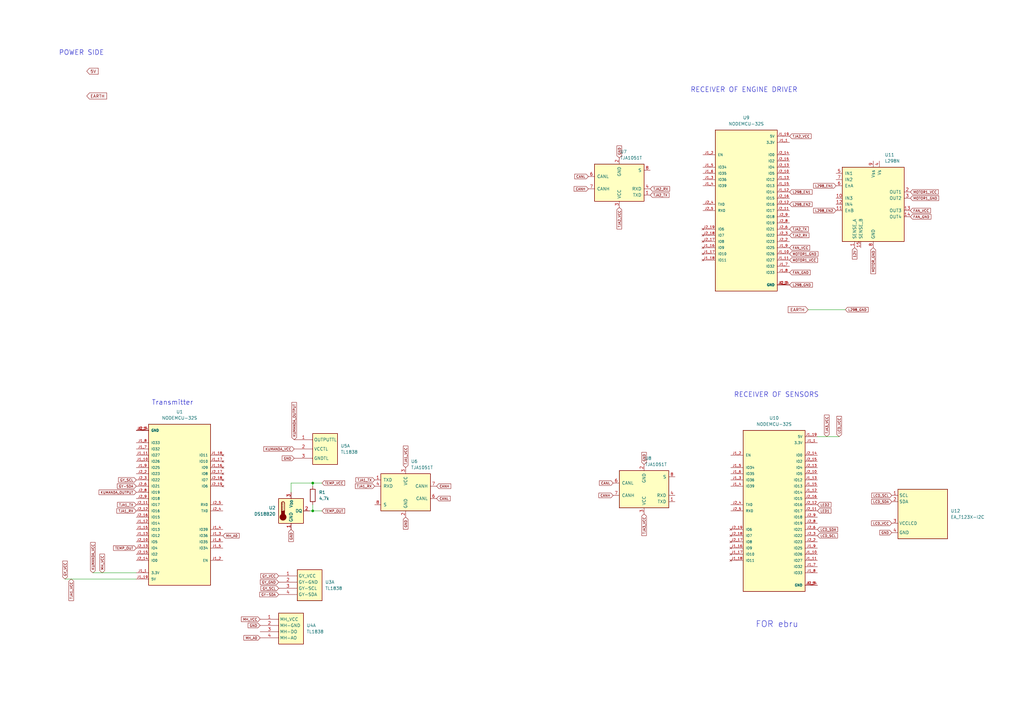
<source format=kicad_sch>
(kicad_sch (version 20230121) (generator eeschema)

  (uuid d2954497-3c01-4aec-b1c6-bfd1ad69d395)

  (paper "A3")

  (lib_symbols
    (symbol "74HC36_1" (in_bom yes) (on_board yes)
      (property "Reference" "U" (at 5.08 7.62 0)
        (effects (font (size 1.27 1.27)))
      )
      (property "Value" "TL1838" (at -2.54 7.62 0)
        (effects (font (size 1.27 1.27)))
      )
      (property "Footprint" "" (at 0 0 0)
        (effects (font (size 1.27 1.27)) hide)
      )
      (property "Datasheet" "" (at 0 0 0)
        (effects (font (size 1.27 1.27)) hide)
      )
      (symbol "74HC36_1_0_1"
        (rectangle (start -5.08 6.35) (end 5.08 -6.35)
          (stroke (width 0.254) (type default))
          (fill (type background))
        )
      )
      (symbol "74HC36_1_1_1"
        (pin input line (at -12.7 3.81 0) (length 7.62)
          (name "GY_VCC" (effects (font (size 1.27 1.27))))
          (number "1" (effects (font (size 1.27 1.27))))
        )
        (pin input line (at -12.7 1.27 0) (length 7.62)
          (name "GY-GND" (effects (font (size 1.27 1.27))))
          (number "2" (effects (font (size 1.27 1.27))))
        )
        (pin input line (at -12.7 -1.27 0) (length 7.62)
          (name "GY-SCL" (effects (font (size 1.27 1.27))))
          (number "3" (effects (font (size 1.27 1.27))))
        )
        (pin input line (at -12.7 -3.81 0) (length 7.62)
          (name "GY-SDA" (effects (font (size 1.27 1.27))))
          (number "4" (effects (font (size 1.27 1.27))))
        )
      )
      (symbol "74HC36_1_2_1"
        (pin input line (at -12.7 3.81 0) (length 7.62)
          (name "GY_VCC" (effects (font (size 1.27 1.27))))
          (number "4" (effects (font (size 1.27 1.27))))
        )
        (pin input line (at -12.7 -3.81 0) (length 7.62)
          (name "GY-SDA" (effects (font (size 1.27 1.27))))
          (number "5" (effects (font (size 1.27 1.27))))
        )
      )
      (symbol "74HC36_1_3_1"
        (pin input line (at -12.7 -3.81 0) (length 7.62)
          (name "GY-SDA" (effects (font (size 1.27 1.27))))
          (number "10" (effects (font (size 1.27 1.27))))
        )
        (pin input line (at -12.7 3.81 0) (length 7.62)
          (name "GY_VCC" (effects (font (size 1.27 1.27))))
          (number "9" (effects (font (size 1.27 1.27))))
        )
      )
      (symbol "74HC36_1_4_1"
        (pin input line (at -12.7 3.81 0) (length 7.62)
          (name "GY_VCC" (effects (font (size 1.27 1.27))))
          (number "12" (effects (font (size 1.27 1.27))))
        )
        (pin input line (at -12.7 -3.81 0) (length 7.62)
          (name "GY-SDA" (effects (font (size 1.27 1.27))))
          (number "13" (effects (font (size 1.27 1.27))))
        )
      )
    )
    (symbol "74HC36_2" (in_bom yes) (on_board yes)
      (property "Reference" "U" (at 5.08 7.62 0)
        (effects (font (size 1.27 1.27)))
      )
      (property "Value" "TL1838" (at -2.54 7.62 0)
        (effects (font (size 1.27 1.27)))
      )
      (property "Footprint" "" (at 0 0 0)
        (effects (font (size 1.27 1.27)) hide)
      )
      (property "Datasheet" "" (at 0 0 0)
        (effects (font (size 1.27 1.27)) hide)
      )
      (symbol "74HC36_2_0_1"
        (rectangle (start -5.08 6.35) (end 5.08 -6.35)
          (stroke (width 0.254) (type default))
          (fill (type background))
        )
      )
      (symbol "74HC36_2_1_1"
        (pin input line (at -12.7 3.81 0) (length 7.62)
          (name "MH_VCC" (effects (font (size 1.27 1.27))))
          (number "1" (effects (font (size 1.27 1.27))))
        )
        (pin input line (at -12.7 1.27 0) (length 7.62)
          (name "MH-GND" (effects (font (size 1.27 1.27))))
          (number "2" (effects (font (size 1.27 1.27))))
        )
        (pin input line (at -12.7 -1.27 0) (length 7.62)
          (name "MH-DO" (effects (font (size 1.27 1.27))))
          (number "3" (effects (font (size 1.27 1.27))))
        )
        (pin input line (at -12.7 -3.81 0) (length 7.62)
          (name "MH-AO" (effects (font (size 1.27 1.27))))
          (number "4" (effects (font (size 1.27 1.27))))
        )
      )
      (symbol "74HC36_2_2_1"
        (pin input line (at -12.7 3.81 0) (length 7.62)
          (name "MH_VCC" (effects (font (size 1.27 1.27))))
          (number "4" (effects (font (size 1.27 1.27))))
        )
        (pin input line (at -12.7 -3.81 0) (length 7.62)
          (name "MH-AO" (effects (font (size 1.27 1.27))))
          (number "5" (effects (font (size 1.27 1.27))))
        )
      )
      (symbol "74HC36_2_3_1"
        (pin input line (at -12.7 -3.81 0) (length 7.62)
          (name "MH-AO" (effects (font (size 1.27 1.27))))
          (number "10" (effects (font (size 1.27 1.27))))
        )
        (pin input line (at -12.7 3.81 0) (length 7.62)
          (name "MH_VCC" (effects (font (size 1.27 1.27))))
          (number "9" (effects (font (size 1.27 1.27))))
        )
      )
      (symbol "74HC36_2_4_1"
        (pin input line (at -12.7 3.81 0) (length 7.62)
          (name "MH_VCC" (effects (font (size 1.27 1.27))))
          (number "12" (effects (font (size 1.27 1.27))))
        )
        (pin input line (at -12.7 -3.81 0) (length 7.62)
          (name "MH-AO" (effects (font (size 1.27 1.27))))
          (number "13" (effects (font (size 1.27 1.27))))
        )
      )
    )
    (symbol "74xx_IEEE:74HC36" (in_bom yes) (on_board yes)
      (property "Reference" "U" (at 5.08 7.62 0)
        (effects (font (size 1.27 1.27)))
      )
      (property "Value" "TL1838" (at -2.54 7.62 0)
        (effects (font (size 1.27 1.27)))
      )
      (property "Footprint" "" (at 0 0 0)
        (effects (font (size 1.27 1.27)) hide)
      )
      (property "Datasheet" "" (at 0 0 0)
        (effects (font (size 1.27 1.27)) hide)
      )
      (symbol "74HC36_0_1"
        (rectangle (start -5.08 6.35) (end 5.08 -6.35)
          (stroke (width 0.254) (type default))
          (fill (type background))
        )
      )
      (symbol "74HC36_1_1"
        (pin input line (at -12.7 3.81 0) (length 7.62)
          (name "OUTPUTTL" (effects (font (size 1.27 1.27))))
          (number "1" (effects (font (size 1.27 1.27))))
        )
        (pin input line (at -12.7 0 0) (length 7.62)
          (name "VCCTL" (effects (font (size 1.27 1.27))))
          (number "2" (effects (font (size 1.27 1.27))))
        )
        (pin input line (at -12.7 -3.81 0) (length 7.62)
          (name "GNDTL" (effects (font (size 1.27 1.27))))
          (number "3" (effects (font (size 1.27 1.27))))
        )
      )
      (symbol "74HC36_2_1"
        (pin input line (at -12.7 3.81 0) (length 7.62)
          (name "OUTPUTTL" (effects (font (size 1.27 1.27))))
          (number "4" (effects (font (size 1.27 1.27))))
        )
        (pin input line (at -12.7 -3.81 0) (length 7.62)
          (name "GNDTL" (effects (font (size 1.27 1.27))))
          (number "5" (effects (font (size 1.27 1.27))))
        )
      )
      (symbol "74HC36_3_1"
        (pin input line (at -12.7 -3.81 0) (length 7.62)
          (name "GNDTL" (effects (font (size 1.27 1.27))))
          (number "10" (effects (font (size 1.27 1.27))))
        )
        (pin input line (at -12.7 3.81 0) (length 7.62)
          (name "OUTPUTTL" (effects (font (size 1.27 1.27))))
          (number "9" (effects (font (size 1.27 1.27))))
        )
      )
      (symbol "74HC36_4_1"
        (pin input line (at -12.7 3.81 0) (length 7.62)
          (name "OUTPUTTL" (effects (font (size 1.27 1.27))))
          (number "12" (effects (font (size 1.27 1.27))))
        )
        (pin input line (at -12.7 -3.81 0) (length 7.62)
          (name "GNDTL" (effects (font (size 1.27 1.27))))
          (number "13" (effects (font (size 1.27 1.27))))
        )
      )
    )
    (symbol "Device:R" (pin_numbers hide) (pin_names (offset 0)) (in_bom yes) (on_board yes)
      (property "Reference" "R" (at 2.032 0 90)
        (effects (font (size 1.27 1.27)))
      )
      (property "Value" "R" (at 0 0 90)
        (effects (font (size 1.27 1.27)))
      )
      (property "Footprint" "" (at -1.778 0 90)
        (effects (font (size 1.27 1.27)) hide)
      )
      (property "Datasheet" "~" (at 0 0 0)
        (effects (font (size 1.27 1.27)) hide)
      )
      (property "ki_keywords" "R res resistor" (at 0 0 0)
        (effects (font (size 1.27 1.27)) hide)
      )
      (property "ki_description" "Resistor" (at 0 0 0)
        (effects (font (size 1.27 1.27)) hide)
      )
      (property "ki_fp_filters" "R_*" (at 0 0 0)
        (effects (font (size 1.27 1.27)) hide)
      )
      (symbol "R_0_1"
        (rectangle (start -1.016 -2.54) (end 1.016 2.54)
          (stroke (width 0.254) (type default))
          (fill (type none))
        )
      )
      (symbol "R_1_1"
        (pin passive line (at 0 3.81 270) (length 1.27)
          (name "~" (effects (font (size 1.27 1.27))))
          (number "1" (effects (font (size 1.27 1.27))))
        )
        (pin passive line (at 0 -3.81 90) (length 1.27)
          (name "~" (effects (font (size 1.27 1.27))))
          (number "2" (effects (font (size 1.27 1.27))))
        )
      )
    )
    (symbol "Display_Character:EA_T123X-I2C" (in_bom yes) (on_board yes)
      (property "Reference" "U" (at -8.89 11.43 0)
        (effects (font (size 1.27 1.27)))
      )
      (property "Value" "EA_T123X-I2C" (at 3.556 11.684 0)
        (effects (font (size 1.27 1.27)) (justify left))
      )
      (property "Footprint" "Display:EA_T123X-I2C" (at 0 -15.24 0)
        (effects (font (size 1.27 1.27)) hide)
      )
      (property "Datasheet" "http://www.lcd-module.de/pdf/doma/t123-i2c.pdf" (at 0 -12.7 0)
        (effects (font (size 1.27 1.27)) hide)
      )
      (property "ki_keywords" "display LCD 7-segment" (at 0 0 0)
        (effects (font (size 1.27 1.27)) hide)
      )
      (property "ki_description" "3 Lines, 12 character alpha numeric LCD, transreflective STN and FSTN Gray, I2C, single or dual power" (at 0 0 0)
        (effects (font (size 1.27 1.27)) hide)
      )
      (property "ki_fp_filters" "EA?T123X?I2C*" (at 0 0 0)
        (effects (font (size 1.27 1.27)) hide)
      )
      (symbol "EA_T123X-I2C_0_1"
        (rectangle (start -10.16 10.16) (end 10.16 -10.16)
          (stroke (width 0.254) (type default))
          (fill (type background))
        )
      )
      (symbol "EA_T123X-I2C_1_1"
        (pin input line (at -12.7 7.62 0) (length 2.54)
          (name "SCL" (effects (font (size 1.27 1.27))))
          (number "1" (effects (font (size 1.27 1.27))))
        )
        (pin bidirectional line (at -12.7 5.08 0) (length 2.54)
          (name "SDA" (effects (font (size 1.27 1.27))))
          (number "2" (effects (font (size 1.27 1.27))))
        )
        (pin input line (at -12.7 -3.81 0) (length 2.54)
          (name "VCCLCD" (effects (font (size 1.27 1.27))))
          (number "3" (effects (font (size 1.27 1.27))))
        )
        (pin input line (at -12.7 -7.62 0) (length 2.54)
          (name "GND" (effects (font (size 1.27 1.27))))
          (number "4" (effects (font (size 1.27 1.27))))
        )
      )
    )
    (symbol "Driver_Motor:L298N" (pin_names (offset 1.016)) (in_bom yes) (on_board yes)
      (property "Reference" "U" (at -10.16 16.51 0)
        (effects (font (size 1.27 1.27)) (justify right))
      )
      (property "Value" "L298N" (at 12.7 16.51 0)
        (effects (font (size 1.27 1.27)) (justify right))
      )
      (property "Footprint" "Package_TO_SOT_THT:TO-220-15_P2.54x2.54mm_StaggerOdd_Lead4.58mm_Vertical" (at 1.27 -16.51 0)
        (effects (font (size 1.27 1.27)) (justify left) hide)
      )
      (property "Datasheet" "http://www.st.com/st-web-ui/static/active/en/resource/technical/document/datasheet/CD00000240.pdf" (at 3.81 6.35 0)
        (effects (font (size 1.27 1.27)) hide)
      )
      (property "ki_keywords" "H-bridge motor driver" (at 0 0 0)
        (effects (font (size 1.27 1.27)) hide)
      )
      (property "ki_description" "Dual full bridge motor driver, up to 46V, 4A, Multiwatt15-V" (at 0 0 0)
        (effects (font (size 1.27 1.27)) hide)
      )
      (property "ki_fp_filters" "TO?220*StaggerOdd*Vertical*" (at 0 0 0)
        (effects (font (size 1.27 1.27)) hide)
      )
      (symbol "L298N_0_1"
        (rectangle (start -12.7 15.24) (end 12.7 -15.24)
          (stroke (width 0.254) (type default))
          (fill (type background))
        )
      )
      (symbol "L298N_1_1"
        (pin power_in line (at -7.62 -17.78 90) (length 2.54)
          (name "SENSE_A" (effects (font (size 1.27 1.27))))
          (number "1" (effects (font (size 1.27 1.27))))
        )
        (pin input line (at -15.24 2.54 0) (length 2.54)
          (name "IN3" (effects (font (size 1.27 1.27))))
          (number "10" (effects (font (size 1.27 1.27))))
        )
        (pin input line (at -15.24 -2.54 0) (length 2.54)
          (name "EnB" (effects (font (size 1.27 1.27))))
          (number "11" (effects (font (size 1.27 1.27))))
        )
        (pin input line (at -15.24 0 0) (length 2.54)
          (name "IN4" (effects (font (size 1.27 1.27))))
          (number "12" (effects (font (size 1.27 1.27))))
        )
        (pin output line (at 15.24 -2.54 180) (length 2.54)
          (name "OUT3" (effects (font (size 1.27 1.27))))
          (number "13" (effects (font (size 1.27 1.27))))
        )
        (pin output line (at 15.24 -5.08 180) (length 2.54)
          (name "OUT4" (effects (font (size 1.27 1.27))))
          (number "14" (effects (font (size 1.27 1.27))))
        )
        (pin power_in line (at -5.08 -17.78 90) (length 2.54)
          (name "SENSE_B" (effects (font (size 1.27 1.27))))
          (number "15" (effects (font (size 1.27 1.27))))
        )
        (pin output line (at 15.24 5.08 180) (length 2.54)
          (name "OUT1" (effects (font (size 1.27 1.27))))
          (number "2" (effects (font (size 1.27 1.27))))
        )
        (pin output line (at 15.24 2.54 180) (length 2.54)
          (name "OUT2" (effects (font (size 1.27 1.27))))
          (number "3" (effects (font (size 1.27 1.27))))
        )
        (pin power_in line (at 2.54 17.78 270) (length 2.54)
          (name "Vs" (effects (font (size 1.27 1.27))))
          (number "4" (effects (font (size 1.27 1.27))))
        )
        (pin input line (at -15.24 12.7 0) (length 2.54)
          (name "IN1" (effects (font (size 1.27 1.27))))
          (number "5" (effects (font (size 1.27 1.27))))
        )
        (pin input line (at -15.24 7.62 0) (length 2.54)
          (name "EnA" (effects (font (size 1.27 1.27))))
          (number "6" (effects (font (size 1.27 1.27))))
        )
        (pin input line (at -15.24 10.16 0) (length 2.54)
          (name "IN2" (effects (font (size 1.27 1.27))))
          (number "7" (effects (font (size 1.27 1.27))))
        )
        (pin power_in line (at 0 -17.78 90) (length 2.54)
          (name "GND" (effects (font (size 1.27 1.27))))
          (number "8" (effects (font (size 1.27 1.27))))
        )
        (pin power_in line (at 0 17.78 270) (length 2.54)
          (name "Vss" (effects (font (size 1.27 1.27))))
          (number "9" (effects (font (size 1.27 1.27))))
        )
      )
    )
    (symbol "Interface_CAN_LIN:TJA1051T" (pin_names (offset 1.016)) (in_bom yes) (on_board yes)
      (property "Reference" "U" (at -10.16 8.89 0)
        (effects (font (size 1.27 1.27)) (justify left))
      )
      (property "Value" "TJA1051T" (at 1.27 8.89 0)
        (effects (font (size 1.27 1.27)) (justify left))
      )
      (property "Footprint" "Package_SO:SOIC-8_3.9x4.9mm_P1.27mm" (at 0 -12.7 0)
        (effects (font (size 1.27 1.27) italic) hide)
      )
      (property "Datasheet" "http://www.nxp.com/docs/en/data-sheet/TJA1051.pdf" (at 0 0 0)
        (effects (font (size 1.27 1.27)) hide)
      )
      (property "ki_keywords" "High-Speed CAN Transceiver" (at 0 0 0)
        (effects (font (size 1.27 1.27)) hide)
      )
      (property "ki_description" "High-Speed CAN Transceiver, silent mode, SOIC-8" (at 0 0 0)
        (effects (font (size 1.27 1.27)) hide)
      )
      (property "ki_fp_filters" "SOIC*3.9x4.9mm*P1.27mm*" (at 0 0 0)
        (effects (font (size 1.27 1.27)) hide)
      )
      (symbol "TJA1051T_0_1"
        (rectangle (start -10.16 7.62) (end 10.16 -7.62)
          (stroke (width 0.254) (type default))
          (fill (type background))
        )
      )
      (symbol "TJA1051T_1_1"
        (pin input line (at -12.7 5.08 0) (length 2.54)
          (name "TXD" (effects (font (size 1.27 1.27))))
          (number "1" (effects (font (size 1.27 1.27))))
        )
        (pin power_in line (at 0 -10.16 90) (length 2.54)
          (name "GND" (effects (font (size 1.27 1.27))))
          (number "2" (effects (font (size 1.27 1.27))))
        )
        (pin power_in line (at 0 10.16 270) (length 2.54)
          (name "VCC" (effects (font (size 1.27 1.27))))
          (number "3" (effects (font (size 1.27 1.27))))
        )
        (pin output line (at -12.7 2.54 0) (length 2.54)
          (name "RXD" (effects (font (size 1.27 1.27))))
          (number "4" (effects (font (size 1.27 1.27))))
        )
        (pin no_connect line (at -10.16 -2.54 0) (length 2.54) hide
          (name "NC" (effects (font (size 1.27 1.27))))
          (number "5" (effects (font (size 1.27 1.27))))
        )
        (pin bidirectional line (at 12.7 -2.54 180) (length 2.54)
          (name "CANL" (effects (font (size 1.27 1.27))))
          (number "6" (effects (font (size 1.27 1.27))))
        )
        (pin bidirectional line (at 12.7 2.54 180) (length 2.54)
          (name "CANH" (effects (font (size 1.27 1.27))))
          (number "7" (effects (font (size 1.27 1.27))))
        )
        (pin input line (at -12.7 -5.08 0) (length 2.54)
          (name "S" (effects (font (size 1.27 1.27))))
          (number "8" (effects (font (size 1.27 1.27))))
        )
      )
    )
    (symbol "NODEMCU-32S:NODEMCU-32S" (pin_names (offset 1.016)) (in_bom yes) (on_board yes)
      (property "Reference" "U" (at -12.7 33.782 0)
        (effects (font (size 1.27 1.27)) (justify left bottom))
      )
      (property "Value" "NODEMCU-32S" (at -12.7 -35.56 0)
        (effects (font (size 1.27 1.27)) (justify left bottom))
      )
      (property "Footprint" "NODEMCU-32S:MODULE_NODEMCU-32S" (at 0 0 0)
        (effects (font (size 1.27 1.27)) (justify bottom) hide)
      )
      (property "Datasheet" "" (at 0 0 0)
        (effects (font (size 1.27 1.27)) hide)
      )
      (property "MF" "AI-Thinker" (at 0 0 0)
        (effects (font (size 1.27 1.27)) (justify bottom) hide)
      )
      (property "MAXIMUM_PACKAGE_HEIGHT" "3.00mm" (at 0 0 0)
        (effects (font (size 1.27 1.27)) (justify bottom) hide)
      )
      (property "Package" "Package" (at 0 0 0)
        (effects (font (size 1.27 1.27)) (justify bottom) hide)
      )
      (property "Price" "None" (at 0 0 0)
        (effects (font (size 1.27 1.27)) (justify bottom) hide)
      )
      (property "Check_prices" "https://www.snapeda.com/parts/NODEMCU-32S/AI-Thinker/view-part/?ref=eda" (at 0 0 0)
        (effects (font (size 1.27 1.27)) (justify bottom) hide)
      )
      (property "STANDARD" "Manufacturer Recommendations" (at 0 0 0)
        (effects (font (size 1.27 1.27)) (justify bottom) hide)
      )
      (property "PARTREV" "V1" (at 0 0 0)
        (effects (font (size 1.27 1.27)) (justify bottom) hide)
      )
      (property "SnapEDA_Link" "https://www.snapeda.com/parts/NODEMCU-32S/AI-Thinker/view-part/?ref=snap" (at 0 0 0)
        (effects (font (size 1.27 1.27)) (justify bottom) hide)
      )
      (property "MP" "NODEMCU-32S" (at 0 0 0)
        (effects (font (size 1.27 1.27)) (justify bottom) hide)
      )
      (property "Description" "\nWIFI MODULE V1\n" (at 0 0 0)
        (effects (font (size 1.27 1.27)) (justify bottom) hide)
      )
      (property "Availability" "Not in stock" (at 0 0 0)
        (effects (font (size 1.27 1.27)) (justify bottom) hide)
      )
      (property "MANUFACTURER" "AI-Thinker" (at 0 0 0)
        (effects (font (size 1.27 1.27)) (justify bottom) hide)
      )
      (symbol "NODEMCU-32S_0_0"
        (rectangle (start -12.7 -33.02) (end 12.7 33.02)
          (stroke (width 0.254) (type default))
          (fill (type background))
        )
        (pin power_in line (at 17.78 27.94 180) (length 5.08)
          (name "3.3V" (effects (font (size 1.016 1.016))))
          (number "J1_1" (effects (font (size 1.016 1.016))))
        )
        (pin bidirectional line (at 17.78 -17.78 180) (length 5.08)
          (name "IO26" (effects (font (size 1.016 1.016))))
          (number "J1_10" (effects (font (size 1.016 1.016))))
        )
        (pin bidirectional line (at 17.78 -20.32 180) (length 5.08)
          (name "IO27" (effects (font (size 1.016 1.016))))
          (number "J1_11" (effects (font (size 1.016 1.016))))
        )
        (pin bidirectional line (at 17.78 7.62 180) (length 5.08)
          (name "IO14" (effects (font (size 1.016 1.016))))
          (number "J1_12" (effects (font (size 1.016 1.016))))
        )
        (pin bidirectional line (at 17.78 12.7 180) (length 5.08)
          (name "IO12" (effects (font (size 1.016 1.016))))
          (number "J1_13" (effects (font (size 1.016 1.016))))
        )
        (pin power_in line (at 17.78 -30.48 180) (length 5.08)
          (name "GND" (effects (font (size 1.016 1.016))))
          (number "J1_14" (effects (font (size 1.016 1.016))))
        )
        (pin bidirectional line (at 17.78 10.16 180) (length 5.08)
          (name "IO13" (effects (font (size 1.016 1.016))))
          (number "J1_15" (effects (font (size 1.016 1.016))))
        )
        (pin no_connect line (at -17.78 -15.24 0) (length 5.08)
          (name "IO9" (effects (font (size 1.016 1.016))))
          (number "J1_16" (effects (font (size 1.016 1.016))))
        )
        (pin no_connect line (at -17.78 -17.78 0) (length 5.08)
          (name "IO10" (effects (font (size 1.016 1.016))))
          (number "J1_17" (effects (font (size 1.016 1.016))))
        )
        (pin no_connect line (at -17.78 -20.32 0) (length 5.08)
          (name "IO11" (effects (font (size 1.016 1.016))))
          (number "J1_18" (effects (font (size 1.016 1.016))))
        )
        (pin power_in line (at 17.78 30.48 180) (length 5.08)
          (name "5V" (effects (font (size 1.016 1.016))))
          (number "J1_19" (effects (font (size 1.016 1.016))))
        )
        (pin input line (at -17.78 22.86 0) (length 5.08)
          (name "EN" (effects (font (size 1.016 1.016))))
          (number "J1_2" (effects (font (size 1.016 1.016))))
        )
        (pin input line (at -17.78 12.7 0) (length 5.08)
          (name "IO36" (effects (font (size 1.016 1.016))))
          (number "J1_3" (effects (font (size 1.016 1.016))))
        )
        (pin input line (at -17.78 10.16 0) (length 5.08)
          (name "IO39" (effects (font (size 1.016 1.016))))
          (number "J1_4" (effects (font (size 1.016 1.016))))
        )
        (pin input line (at -17.78 17.78 0) (length 5.08)
          (name "IO34" (effects (font (size 1.016 1.016))))
          (number "J1_5" (effects (font (size 1.016 1.016))))
        )
        (pin input line (at -17.78 15.24 0) (length 5.08)
          (name "IO35" (effects (font (size 1.016 1.016))))
          (number "J1_6" (effects (font (size 1.016 1.016))))
        )
        (pin bidirectional line (at 17.78 -22.86 180) (length 5.08)
          (name "IO32" (effects (font (size 1.016 1.016))))
          (number "J1_7" (effects (font (size 1.016 1.016))))
        )
        (pin bidirectional line (at 17.78 -25.4 180) (length 5.08)
          (name "IO33" (effects (font (size 1.016 1.016))))
          (number "J1_8" (effects (font (size 1.016 1.016))))
        )
        (pin bidirectional line (at 17.78 -15.24 180) (length 5.08)
          (name "IO25" (effects (font (size 1.016 1.016))))
          (number "J1_9" (effects (font (size 1.016 1.016))))
        )
        (pin power_in line (at 17.78 -30.48 180) (length 5.08)
          (name "GND" (effects (font (size 1.016 1.016))))
          (number "J2_1" (effects (font (size 1.016 1.016))))
        )
        (pin bidirectional line (at 17.78 15.24 180) (length 5.08)
          (name "IO5" (effects (font (size 1.016 1.016))))
          (number "J2_10" (effects (font (size 1.016 1.016))))
        )
        (pin bidirectional line (at 17.78 0 180) (length 5.08)
          (name "IO17" (effects (font (size 1.016 1.016))))
          (number "J2_11" (effects (font (size 1.016 1.016))))
        )
        (pin bidirectional line (at 17.78 2.54 180) (length 5.08)
          (name "IO16" (effects (font (size 1.016 1.016))))
          (number "J2_12" (effects (font (size 1.016 1.016))))
        )
        (pin bidirectional line (at 17.78 17.78 180) (length 5.08)
          (name "IO4" (effects (font (size 1.016 1.016))))
          (number "J2_13" (effects (font (size 1.016 1.016))))
        )
        (pin bidirectional line (at 17.78 22.86 180) (length 5.08)
          (name "IO0" (effects (font (size 1.016 1.016))))
          (number "J2_14" (effects (font (size 1.016 1.016))))
        )
        (pin bidirectional line (at 17.78 20.32 180) (length 5.08)
          (name "IO2" (effects (font (size 1.016 1.016))))
          (number "J2_15" (effects (font (size 1.016 1.016))))
        )
        (pin bidirectional line (at 17.78 5.08 180) (length 5.08)
          (name "IO15" (effects (font (size 1.016 1.016))))
          (number "J2_16" (effects (font (size 1.016 1.016))))
        )
        (pin no_connect line (at -17.78 -12.7 0) (length 5.08)
          (name "IO8" (effects (font (size 1.016 1.016))))
          (number "J2_17" (effects (font (size 1.016 1.016))))
        )
        (pin no_connect line (at -17.78 -10.16 0) (length 5.08)
          (name "IO7" (effects (font (size 1.016 1.016))))
          (number "J2_18" (effects (font (size 1.016 1.016))))
        )
        (pin no_connect line (at -17.78 -7.62 0) (length 5.08)
          (name "IO6" (effects (font (size 1.016 1.016))))
          (number "J2_19" (effects (font (size 1.016 1.016))))
        )
        (pin bidirectional line (at 17.78 -12.7 180) (length 5.08)
          (name "IO23" (effects (font (size 1.016 1.016))))
          (number "J2_2" (effects (font (size 1.016 1.016))))
        )
        (pin bidirectional line (at 17.78 -10.16 180) (length 5.08)
          (name "IO22" (effects (font (size 1.016 1.016))))
          (number "J2_3" (effects (font (size 1.016 1.016))))
        )
        (pin bidirectional line (at -17.78 2.54 0) (length 5.08)
          (name "TX0" (effects (font (size 1.016 1.016))))
          (number "J2_4" (effects (font (size 1.016 1.016))))
        )
        (pin bidirectional line (at -17.78 0 0) (length 5.08)
          (name "RX0" (effects (font (size 1.016 1.016))))
          (number "J2_5" (effects (font (size 1.016 1.016))))
        )
        (pin bidirectional line (at 17.78 -7.62 180) (length 5.08)
          (name "IO21" (effects (font (size 1.016 1.016))))
          (number "J2_6" (effects (font (size 1.016 1.016))))
        )
        (pin power_in line (at 17.78 -30.48 180) (length 5.08)
          (name "GND" (effects (font (size 1.016 1.016))))
          (number "J2_7" (effects (font (size 1.016 1.016))))
        )
        (pin bidirectional line (at 17.78 -5.08 180) (length 5.08)
          (name "IO19" (effects (font (size 1.016 1.016))))
          (number "J2_8" (effects (font (size 1.016 1.016))))
        )
        (pin bidirectional line (at 17.78 -2.54 180) (length 5.08)
          (name "IO18" (effects (font (size 1.016 1.016))))
          (number "J2_9" (effects (font (size 1.016 1.016))))
        )
      )
    )
    (symbol "Sensor_Temperature:DS18B20" (in_bom yes) (on_board yes)
      (property "Reference" "U" (at -3.81 6.35 0)
        (effects (font (size 1.27 1.27)))
      )
      (property "Value" "DS18B20" (at 6.35 6.35 0)
        (effects (font (size 1.27 1.27)))
      )
      (property "Footprint" "Package_TO_SOT_THT:TO-92_Inline" (at -25.4 -6.35 0)
        (effects (font (size 1.27 1.27)) hide)
      )
      (property "Datasheet" "http://datasheets.maximintegrated.com/en/ds/DS18B20.pdf" (at -3.81 6.35 0)
        (effects (font (size 1.27 1.27)) hide)
      )
      (property "ki_keywords" "OneWire 1Wire Dallas Maxim" (at 0 0 0)
        (effects (font (size 1.27 1.27)) hide)
      )
      (property "ki_description" "Programmable Resolution 1-Wire Digital Thermometer TO-92" (at 0 0 0)
        (effects (font (size 1.27 1.27)) hide)
      )
      (property "ki_fp_filters" "TO*92*" (at 0 0 0)
        (effects (font (size 1.27 1.27)) hide)
      )
      (symbol "DS18B20_0_1"
        (rectangle (start -5.08 5.08) (end 5.08 -5.08)
          (stroke (width 0.254) (type default))
          (fill (type background))
        )
        (circle (center -3.302 -2.54) (radius 1.27)
          (stroke (width 0.254) (type default))
          (fill (type outline))
        )
        (rectangle (start -2.667 -1.905) (end -3.937 0)
          (stroke (width 0.254) (type default))
          (fill (type outline))
        )
        (arc (start -2.667 3.175) (mid -3.302 3.8073) (end -3.937 3.175)
          (stroke (width 0.254) (type default))
          (fill (type none))
        )
        (polyline
          (pts
            (xy -3.937 0.635)
            (xy -3.302 0.635)
          )
          (stroke (width 0.254) (type default))
          (fill (type none))
        )
        (polyline
          (pts
            (xy -3.937 1.27)
            (xy -3.302 1.27)
          )
          (stroke (width 0.254) (type default))
          (fill (type none))
        )
        (polyline
          (pts
            (xy -3.937 1.905)
            (xy -3.302 1.905)
          )
          (stroke (width 0.254) (type default))
          (fill (type none))
        )
        (polyline
          (pts
            (xy -3.937 2.54)
            (xy -3.302 2.54)
          )
          (stroke (width 0.254) (type default))
          (fill (type none))
        )
        (polyline
          (pts
            (xy -3.937 3.175)
            (xy -3.937 0)
          )
          (stroke (width 0.254) (type default))
          (fill (type none))
        )
        (polyline
          (pts
            (xy -3.937 3.175)
            (xy -3.302 3.175)
          )
          (stroke (width 0.254) (type default))
          (fill (type none))
        )
        (polyline
          (pts
            (xy -2.667 3.175)
            (xy -2.667 0)
          )
          (stroke (width 0.254) (type default))
          (fill (type none))
        )
      )
      (symbol "DS18B20_1_1"
        (pin power_in line (at 0 -7.62 90) (length 2.54)
          (name "GND" (effects (font (size 1.27 1.27))))
          (number "1" (effects (font (size 1.27 1.27))))
        )
        (pin bidirectional line (at 7.62 0 180) (length 2.54)
          (name "DQ" (effects (font (size 1.27 1.27))))
          (number "2" (effects (font (size 1.27 1.27))))
        )
        (pin power_in line (at 0 7.62 270) (length 2.54)
          (name "V_{DD}" (effects (font (size 1.27 1.27))))
          (number "3" (effects (font (size 1.27 1.27))))
        )
      )
    )
  )

  (junction (at 128.27 209.55) (diameter 0) (color 0 0 0 0)
    (uuid b7a9c24d-a82c-4548-b5a1-634c43300665)
  )
  (junction (at 128.27 198.12) (diameter 0) (color 0 0 0 0)
    (uuid ddd9de3b-2836-45cf-bc4c-ada05d15edf5)
  )

  (wire (pts (xy 132.08 209.55) (xy 128.27 209.55))
    (stroke (width 0) (type default))
    (uuid 1929357a-b5b1-45e6-bee9-0aeb13f2d1c7)
  )
  (wire (pts (xy 26.67 237.49) (xy 55.88 237.49))
    (stroke (width 0) (type default))
    (uuid 2f3ed2b8-cb90-423e-8548-38e666d063c5)
  )
  (wire (pts (xy 132.08 198.12) (xy 128.27 198.12))
    (stroke (width 0) (type default))
    (uuid 36539c15-f478-44cb-b394-79c09f1a3e83)
  )
  (wire (pts (xy 128.27 209.55) (xy 127 209.55))
    (stroke (width 0) (type default))
    (uuid 3911a669-ab86-45c4-99d0-8e11d513ae47)
  )
  (wire (pts (xy 119.38 198.12) (xy 119.38 201.93))
    (stroke (width 0) (type default))
    (uuid 52b1738a-983b-4c2c-9b7a-8e0bd61d3d96)
  )
  (wire (pts (xy 128.27 207.01) (xy 128.27 209.55))
    (stroke (width 0) (type default))
    (uuid 553b7d44-b9ff-49c7-b1a5-414d2abe10eb)
  )
  (wire (pts (xy 38.1 234.95) (xy 55.88 234.95))
    (stroke (width 0) (type default))
    (uuid 9a56983d-cedc-4203-af52-1818b3a04454)
  )
  (wire (pts (xy 128.27 198.12) (xy 119.38 198.12))
    (stroke (width 0) (type default))
    (uuid ac9377ab-b910-458b-a616-158b7820fa06)
  )
  (wire (pts (xy 331.47 127) (xy 346.71 127))
    (stroke (width 0) (type default))
    (uuid cb10968a-9657-4090-b867-56342e4641e7)
  )
  (wire (pts (xy 128.27 199.39) (xy 128.27 198.12))
    (stroke (width 0) (type default))
    (uuid e1198109-6b17-4487-9822-d75b9f4861fa)
  )
  (wire (pts (xy 344.17 179.07) (xy 335.28 179.07))
    (stroke (width 0) (type default))
    (uuid ef8f0b84-c611-4e56-ba29-564cf6469a99)
  )

  (text "Transmitter\n" (at 62.23 166.37 0)
    (effects (font (size 2 2)) (justify left bottom))
    (uuid 2ea4a2e5-e181-43b9-a7ab-bd930f81664f)
  )
  (text "POWER SIDE \n" (at 24.13 22.86 0)
    (effects (font (size 2 2)) (justify left bottom))
    (uuid 4061037f-bc4d-4a93-8cfb-c5dced46e32e)
  )
  (text "RECEIVER OF ENGINE DRIVER" (at 283.21 38.1 0)
    (effects (font (size 2 2)) (justify left bottom))
    (uuid 41f833af-b2f0-403b-83a5-d5a903012469)
  )
  (text "FOR ebru\n\n" (at 309.88 261.62 0)
    (effects (font (size 2.5 2.5)) (justify left bottom))
    (uuid 5f8971ae-9c0c-4374-8844-ffd90491f995)
  )
  (text "RECEIVER OF SENSORS\n\n" (at 300.99 166.37 0)
    (effects (font (size 2 2)) (justify left bottom))
    (uuid 647625de-2b36-48dc-b466-f2944fd5208f)
  )

  (global_label "FAN_GND" (shape input) (at 373.38 88.9 0) (fields_autoplaced)
    (effects (font (size 1 1)) (justify left))
    (uuid 047a2479-15bc-4030-a7ee-cf00279c88e8)
    (property "Intersheetrefs" "${INTERSHEET_REFS}" (at 382.3016 88.9 0)
      (effects (font (size 1.27 1.27)) (justify left) hide)
    )
  )
  (global_label "EARTH" (shape input) (at 331.47 127 180) (fields_autoplaced)
    (effects (font (size 1.27 1.27)) (justify right))
    (uuid 0652b527-1222-40f6-815a-402d8e2c86a6)
    (property "Intersheetrefs" "${INTERSHEET_REFS}" (at 322.6791 127 0)
      (effects (font (size 1.27 1.27)) (justify right) hide)
    )
  )
  (global_label "LCD_SCL" (shape input) (at 335.28 219.71 0) (fields_autoplaced)
    (effects (font (size 1 1)) (justify left))
    (uuid 06645e73-ff5f-40b7-b52a-129ae727db71)
    (property "Intersheetrefs" "${INTERSHEET_REFS}" (at 343.9636 219.71 0)
      (effects (font (size 1.27 1.27)) (justify left) hide)
    )
  )
  (global_label "GND" (shape input) (at 106.68 256.54 180) (fields_autoplaced)
    (effects (font (size 1 1)) (justify right))
    (uuid 0b0d0929-93d0-4030-b46d-04b6bcb3c5a7)
    (property "Intersheetrefs" "${INTERSHEET_REFS}" (at 101.2821 256.54 0)
      (effects (font (size 1.27 1.27)) (justify right) hide)
    )
  )
  (global_label "L298_GND" (shape input) (at 323.85 116.84 0) (fields_autoplaced)
    (effects (font (size 1 1)) (justify left))
    (uuid 1303784e-479b-47c8-9a77-62a9d8a7ad7d)
    (property "Intersheetrefs" "${INTERSHEET_REFS}" (at 333.6765 116.84 0)
      (effects (font (size 1.27 1.27)) (justify left) hide)
    )
  )
  (global_label "LED1" (shape input) (at 335.28 209.55 0) (fields_autoplaced)
    (effects (font (size 1 1)) (justify left))
    (uuid 1578286c-d785-415c-914f-edc5bd4068f1)
    (property "Intersheetrefs" "${INTERSHEET_REFS}" (at 341.297 209.55 0)
      (effects (font (size 1.27 1.27)) (justify left) hide)
    )
  )
  (global_label "LED2" (shape input) (at 335.28 207.01 0) (fields_autoplaced)
    (effects (font (size 1 1)) (justify left))
    (uuid 23144184-3a98-4e11-af10-2a2039c8d260)
    (property "Intersheetrefs" "${INTERSHEET_REFS}" (at 341.297 207.01 0)
      (effects (font (size 1.27 1.27)) (justify left) hide)
    )
  )
  (global_label "L298_GND" (shape input) (at 346.71 127 0) (fields_autoplaced)
    (effects (font (size 1 1)) (justify left))
    (uuid 2b3f097f-eef8-437b-8ac5-b1cd896859ea)
    (property "Intersheetrefs" "${INTERSHEET_REFS}" (at 356.5365 127 0)
      (effects (font (size 1.27 1.27)) (justify left) hide)
    )
  )
  (global_label "CANL" (shape input) (at 251.46 198.12 180) (fields_autoplaced)
    (effects (font (size 1 1)) (justify right))
    (uuid 33848e8e-ca7f-4ee8-94eb-a585c20e8e04)
    (property "Intersheetrefs" "${INTERSHEET_REFS}" (at 245.3955 198.12 0)
      (effects (font (size 1.27 1.27)) (justify right) hide)
    )
  )
  (global_label "KUMANDA_OUTPUT" (shape input) (at 120.65 180.34 90) (fields_autoplaced)
    (effects (font (size 1 1)) (justify left))
    (uuid 38418356-a8bf-45c3-9dee-babcf401b925)
    (property "Intersheetrefs" "${INTERSHEET_REFS}" (at 120.65 164.6089 90)
      (effects (font (size 1.27 1.27)) (justify left) hide)
    )
  )
  (global_label "CANH" (shape input) (at 251.46 203.2 180) (fields_autoplaced)
    (effects (font (size 1 1)) (justify right))
    (uuid 3af26af3-5521-46c2-9f4e-98ca2d9c5c55)
    (property "Intersheetrefs" "${INTERSHEET_REFS}" (at 245.1574 203.2 0)
      (effects (font (size 1.27 1.27)) (justify right) hide)
    )
  )
  (global_label "GND" (shape input) (at 264.16 190.5 90) (fields_autoplaced)
    (effects (font (size 1 1)) (justify left))
    (uuid 3c3b3e1a-5c0d-4b30-860e-290831d1902e)
    (property "Intersheetrefs" "${INTERSHEET_REFS}" (at 264.16 185.1021 90)
      (effects (font (size 1.27 1.27)) (justify left) hide)
    )
  )
  (global_label "TJA1_RX" (shape input) (at 153.67 199.39 180) (fields_autoplaced)
    (effects (font (size 1 1)) (justify right))
    (uuid 441cf3ba-9683-4047-8180-b7cb664e9eb7)
    (property "Intersheetrefs" "${INTERSHEET_REFS}" (at 145.2721 199.39 0)
      (effects (font (size 1.27 1.27)) (justify right) hide)
    )
  )
  (global_label "L298_EN1" (shape input) (at 342.9 76.2 180) (fields_autoplaced)
    (effects (font (size 1 1)) (justify right))
    (uuid 45973167-52ac-4b9b-9483-a7bb2ab7b498)
    (property "Intersheetrefs" "${INTERSHEET_REFS}" (at 333.2163 76.2 0)
      (effects (font (size 1.27 1.27)) (justify right) hide)
    )
  )
  (global_label "TJA1_TX" (shape input) (at 55.88 207.01 180) (fields_autoplaced)
    (effects (font (size 1 1)) (justify right))
    (uuid 485fd6ff-e218-4a74-ad15-f4fc8e1f0a56)
    (property "Intersheetrefs" "${INTERSHEET_REFS}" (at 47.7202 207.01 0)
      (effects (font (size 1.27 1.27)) (justify right) hide)
    )
  )
  (global_label "TJA2_VCC" (shape input) (at 323.85 55.88 0) (fields_autoplaced)
    (effects (font (size 1 1)) (justify left))
    (uuid 48a400e8-281a-47e6-a61e-5b472bb1afbc)
    (property "Intersheetrefs" "${INTERSHEET_REFS}" (at 333.1526 55.88 0)
      (effects (font (size 1.27 1.27)) (justify left) hide)
    )
  )
  (global_label "LCD_SDA" (shape input) (at 365.76 205.74 180) (fields_autoplaced)
    (effects (font (size 1 1)) (justify right))
    (uuid 4a4c94ac-4c18-4660-94f5-b6a35ecda65a)
    (property "Intersheetrefs" "${INTERSHEET_REFS}" (at 357.0288 205.74 0)
      (effects (font (size 1.27 1.27)) (justify right) hide)
    )
  )
  (global_label "TJA2_TX" (shape input) (at 323.85 93.98 0) (fields_autoplaced)
    (effects (font (size 1 1)) (justify left))
    (uuid 561566a8-ba03-44c6-8a5f-8deb80dabcad)
    (property "Intersheetrefs" "${INTERSHEET_REFS}" (at 332.0098 93.98 0)
      (effects (font (size 1.27 1.27)) (justify left) hide)
    )
  )
  (global_label "TJA2_VCC" (shape input) (at 254 85.09 270) (fields_autoplaced)
    (effects (font (size 1 1)) (justify right))
    (uuid 5749d965-026a-4699-ac18-de625a2ae43f)
    (property "Intersheetrefs" "${INTERSHEET_REFS}" (at 254 94.3926 90)
      (effects (font (size 1.27 1.27)) (justify right) hide)
    )
  )
  (global_label "5V" (shape input) (at 35.56 29.21 0) (fields_autoplaced)
    (effects (font (size 1.27 1.27)) (justify left))
    (uuid 5e2e1ad5-0d21-4dea-8134-b6da7670eb48)
    (property "Intersheetrefs" "${INTERSHEET_REFS}" (at 40.8433 29.21 0)
      (effects (font (size 1.27 1.27)) (justify left) hide)
    )
  )
  (global_label "MOTOR_GND" (shape input) (at 358.14 101.6 270) (fields_autoplaced)
    (effects (font (size 1 1)) (justify right))
    (uuid 61888f6b-19f5-4c4e-95b6-2052cb0cdf3a)
    (property "Intersheetrefs" "${INTERSHEET_REFS}" (at 358.14 112.7598 90)
      (effects (font (size 1.27 1.27)) (justify right) hide)
    )
  )
  (global_label "MOTOR1_VCC" (shape input) (at 373.38 78.74 0) (fields_autoplaced)
    (effects (font (size 1 1)) (justify left))
    (uuid 6a351a18-d193-4365-9973-2949e5781f30)
    (property "Intersheetrefs" "${INTERSHEET_REFS}" (at 385.3017 78.74 0)
      (effects (font (size 1.27 1.27)) (justify left) hide)
    )
  )
  (global_label "GY_GND" (shape input) (at 114.3 238.76 180) (fields_autoplaced)
    (effects (font (size 1 1)) (justify right))
    (uuid 6b583157-4a5d-4797-9e16-4fab58a63c21)
    (property "Intersheetrefs" "${INTERSHEET_REFS}" (at 106.2831 238.76 0)
      (effects (font (size 1.27 1.27)) (justify right) hide)
    )
  )
  (global_label "L298_EN2" (shape input) (at 342.9 86.36 180) (fields_autoplaced)
    (effects (font (size 1 1)) (justify right))
    (uuid 6d94b019-e7ce-49e8-abd9-1364480d5fc3)
    (property "Intersheetrefs" "${INTERSHEET_REFS}" (at 333.2163 86.36 0)
      (effects (font (size 1.27 1.27)) (justify right) hide)
    )
  )
  (global_label "TJA1_RX" (shape input) (at 55.88 209.55 180) (fields_autoplaced)
    (effects (font (size 1 1)) (justify right))
    (uuid 77123c46-6d95-49c6-9bb1-04fefe04408e)
    (property "Intersheetrefs" "${INTERSHEET_REFS}" (at 47.4821 209.55 0)
      (effects (font (size 1.27 1.27)) (justify right) hide)
    )
  )
  (global_label "GY_SCL" (shape input) (at 55.88 196.85 180) (fields_autoplaced)
    (effects (font (size 1 1)) (justify right))
    (uuid 78b54287-fcbd-4a88-97f1-4aa13faa16ba)
    (property "Intersheetrefs" "${INTERSHEET_REFS}" (at 48.1488 196.85 0)
      (effects (font (size 1.27 1.27)) (justify right) hide)
    )
  )
  (global_label "KUMANDA_VCC" (shape input) (at 120.65 184.15 180) (fields_autoplaced)
    (effects (font (size 1 1)) (justify right))
    (uuid 7a1962a0-d15e-4f87-bea2-ae7673a2f903)
    (property "Intersheetrefs" "${INTERSHEET_REFS}" (at 107.7284 184.15 0)
      (effects (font (size 1.27 1.27)) (justify right) hide)
    )
  )
  (global_label "MH_A0" (shape input) (at 91.44 219.71 0) (fields_autoplaced)
    (effects (font (size 1 1)) (justify left))
    (uuid 7a519488-0038-4e6f-8651-536a4885ffde)
    (property "Intersheetrefs" "${INTERSHEET_REFS}" (at 98.5522 219.71 0)
      (effects (font (size 1.27 1.27)) (justify left) hide)
    )
  )
  (global_label "MH_VCC" (shape input) (at 106.68 254 180) (fields_autoplaced)
    (effects (font (size 1 1)) (justify right))
    (uuid 7b785bb7-e9c6-4738-9f32-dada91473711)
    (property "Intersheetrefs" "${INTERSHEET_REFS}" (at 98.5202 254 0)
      (effects (font (size 1.27 1.27)) (justify right) hide)
    )
  )
  (global_label "CANL" (shape input) (at 241.3 72.39 180) (fields_autoplaced)
    (effects (font (size 1 1)) (justify right))
    (uuid 7f88aa2b-34da-49ef-b1cd-123e2b2af10d)
    (property "Intersheetrefs" "${INTERSHEET_REFS}" (at 235.2355 72.39 0)
      (effects (font (size 1.27 1.27)) (justify right) hide)
    )
  )
  (global_label "EARTH" (shape input) (at 35.56 39.37 0) (fields_autoplaced)
    (effects (font (size 1.27 1.27)) (justify left))
    (uuid 824391eb-5cc0-46d1-8cee-b50fc3e61264)
    (property "Intersheetrefs" "${INTERSHEET_REFS}" (at 44.3509 39.37 0)
      (effects (font (size 1.27 1.27)) (justify left) hide)
    )
  )
  (global_label "LCD_VCC" (shape input) (at 344.17 179.07 90) (fields_autoplaced)
    (effects (font (size 1 1)) (justify left))
    (uuid 87738560-2c2f-4239-bd6c-243924de2efc)
    (property "Intersheetrefs" "${INTERSHEET_REFS}" (at 344.17 170.2912 90)
      (effects (font (size 1.27 1.27)) (justify left) hide)
    )
  )
  (global_label "TJA1_VCC" (shape input) (at 29.21 237.49 270) (fields_autoplaced)
    (effects (font (size 1 1)) (justify right))
    (uuid 8d68384c-1716-46a8-998b-d35ff2d42091)
    (property "Intersheetrefs" "${INTERSHEET_REFS}" (at 29.21 246.7926 90)
      (effects (font (size 1.27 1.27)) (justify right) hide)
    )
  )
  (global_label "L298_EN1" (shape input) (at 323.85 78.74 0) (fields_autoplaced)
    (effects (font (size 1 1)) (justify left))
    (uuid 8db465ba-25e0-4ab9-aeb8-6a19d284e66b)
    (property "Intersheetrefs" "${INTERSHEET_REFS}" (at 333.5337 78.74 0)
      (effects (font (size 1.27 1.27)) (justify left) hide)
    )
  )
  (global_label "TEMP_OUT" (shape input) (at 55.88 224.79 180) (fields_autoplaced)
    (effects (font (size 1 1)) (justify right))
    (uuid 8ef5d712-7ba9-44ce-b1c7-6ad7914e887b)
    (property "Intersheetrefs" "${INTERSHEET_REFS}" (at 46.1011 224.79 0)
      (effects (font (size 1.27 1.27)) (justify right) hide)
    )
  )
  (global_label "MOTOR1_GND" (shape input) (at 373.38 81.28 0) (fields_autoplaced)
    (effects (font (size 1 1)) (justify left))
    (uuid 92088617-2076-4644-b31e-ee632fdddcdf)
    (property "Intersheetrefs" "${INTERSHEET_REFS}" (at 385.4922 81.28 0)
      (effects (font (size 1.27 1.27)) (justify left) hide)
    )
  )
  (global_label "CANH" (shape input) (at 179.07 199.39 0) (fields_autoplaced)
    (effects (font (size 1 1)) (justify left))
    (uuid 99db12d9-bc29-44cb-8f69-be09a9a7c6cb)
    (property "Intersheetrefs" "${INTERSHEET_REFS}" (at 185.3726 199.39 0)
      (effects (font (size 1.27 1.27)) (justify left) hide)
    )
  )
  (global_label "GND" (shape input) (at 120.65 187.96 180) (fields_autoplaced)
    (effects (font (size 1 1)) (justify right))
    (uuid 9addae2a-836d-4c49-b5e2-2459d5427180)
    (property "Intersheetrefs" "${INTERSHEET_REFS}" (at 115.2521 187.96 0)
      (effects (font (size 1.27 1.27)) (justify right) hide)
    )
  )
  (global_label "MH_VCC" (shape input) (at 41.91 234.95 90) (fields_autoplaced)
    (effects (font (size 1 1)) (justify left))
    (uuid 9b32e0f7-f2b4-462e-ae8c-7249fc4f8653)
    (property "Intersheetrefs" "${INTERSHEET_REFS}" (at 41.91 226.7902 90)
      (effects (font (size 1.27 1.27)) (justify left) hide)
    )
  )
  (global_label "CANL" (shape input) (at 179.07 204.47 0) (fields_autoplaced)
    (effects (font (size 1 1)) (justify left))
    (uuid 9ee78e83-841e-4118-9e81-80866a727de5)
    (property "Intersheetrefs" "${INTERSHEET_REFS}" (at 185.1345 204.47 0)
      (effects (font (size 1.27 1.27)) (justify left) hide)
    )
  )
  (global_label "MH_A0" (shape input) (at 106.68 261.62 180) (fields_autoplaced)
    (effects (font (size 1 1)) (justify right))
    (uuid a1e3e4bb-1704-4ac1-b83a-36c55b25b572)
    (property "Intersheetrefs" "${INTERSHEET_REFS}" (at 99.5678 261.62 0)
      (effects (font (size 1.27 1.27)) (justify right) hide)
    )
  )
  (global_label "TJA1_TX" (shape input) (at 153.67 196.85 180) (fields_autoplaced)
    (effects (font (size 1 1)) (justify right))
    (uuid a4427c11-2ddc-43a6-8a80-d75c92395ccb)
    (property "Intersheetrefs" "${INTERSHEET_REFS}" (at 145.5102 196.85 0)
      (effects (font (size 1.27 1.27)) (justify right) hide)
    )
  )
  (global_label "KUMANDA_VCC" (shape input) (at 38.1 234.95 90) (fields_autoplaced)
    (effects (font (size 1 1)) (justify left))
    (uuid a5d494fa-81d6-427d-a928-ce88e7fd17ce)
    (property "Intersheetrefs" "${INTERSHEET_REFS}" (at 38.1 222.0284 90)
      (effects (font (size 1.27 1.27)) (justify left) hide)
    )
  )
  (global_label "TEMP_OUT" (shape input) (at 132.08 209.55 0) (fields_autoplaced)
    (effects (font (size 1 1)) (justify left))
    (uuid aac226bd-b20e-41a4-8e8e-3cf4af4374bf)
    (property "Intersheetrefs" "${INTERSHEET_REFS}" (at 141.8589 209.55 0)
      (effects (font (size 1.27 1.27)) (justify left) hide)
    )
  )
  (global_label "FAN_VCC" (shape input) (at 323.85 101.6 0) (fields_autoplaced)
    (effects (font (size 1 1)) (justify left))
    (uuid ac1b4e32-e031-42f5-ac81-891b940d98de)
    (property "Intersheetrefs" "${INTERSHEET_REFS}" (at 332.5811 101.6 0)
      (effects (font (size 1.27 1.27)) (justify left) hide)
    )
  )
  (global_label "GND" (shape input) (at 166.37 212.09 270) (fields_autoplaced)
    (effects (font (size 1 1)) (justify right))
    (uuid b4714f72-b83d-46e2-b2d5-7a51d1dc3c77)
    (property "Intersheetrefs" "${INTERSHEET_REFS}" (at 166.37 217.4879 90)
      (effects (font (size 1.27 1.27)) (justify right) hide)
    )
  )
  (global_label "LCD_SDA" (shape input) (at 335.28 217.17 0) (fields_autoplaced)
    (effects (font (size 1 1)) (justify left))
    (uuid c29a8c57-701c-41cd-86e2-b62d60106e31)
    (property "Intersheetrefs" "${INTERSHEET_REFS}" (at 344.0112 217.17 0)
      (effects (font (size 1.27 1.27)) (justify left) hide)
    )
  )
  (global_label "TJA2_TX" (shape input) (at 266.7 80.01 0) (fields_autoplaced)
    (effects (font (size 1 1)) (justify left))
    (uuid c56eb58a-392d-4850-8754-868a63d4648a)
    (property "Intersheetrefs" "${INTERSHEET_REFS}" (at 274.8598 80.01 0)
      (effects (font (size 1.27 1.27)) (justify left) hide)
    )
  )
  (global_label "LCD_SCL" (shape input) (at 365.76 203.2 180) (fields_autoplaced)
    (effects (font (size 1 1)) (justify right))
    (uuid cb3a699f-0e13-4119-b1dc-7c5b196445aa)
    (property "Intersheetrefs" "${INTERSHEET_REFS}" (at 357.0764 203.2 0)
      (effects (font (size 1.27 1.27)) (justify right) hide)
    )
  )
  (global_label "GND" (shape input) (at 254 64.77 90) (fields_autoplaced)
    (effects (font (size 1 1)) (justify left))
    (uuid cd0902b8-5e68-4d97-8e13-c37676fe2472)
    (property "Intersheetrefs" "${INTERSHEET_REFS}" (at 254 59.3721 90)
      (effects (font (size 1.27 1.27)) (justify left) hide)
    )
  )
  (global_label "TJA2_RX" (shape input) (at 266.7 77.47 0) (fields_autoplaced)
    (effects (font (size 1 1)) (justify left))
    (uuid d180c7c6-2382-4fca-ac20-58b28b2f2e0f)
    (property "Intersheetrefs" "${INTERSHEET_REFS}" (at 275.0979 77.47 0)
      (effects (font (size 1.27 1.27)) (justify left) hide)
    )
  )
  (global_label "GY_VCC" (shape input) (at 26.67 237.49 90) (fields_autoplaced)
    (effects (font (size 1 1)) (justify left))
    (uuid d1f89e26-3a9a-4268-b52e-b75d41d42650)
    (property "Intersheetrefs" "${INTERSHEET_REFS}" (at 26.67 229.6636 90)
      (effects (font (size 1.27 1.27)) (justify left) hide)
    )
  )
  (global_label "MOTOR1_VCC" (shape input) (at 323.85 106.68 0) (fields_autoplaced)
    (effects (font (size 1 1)) (justify left))
    (uuid d207ca86-11f1-45ea-ab18-85f7abaf827f)
    (property "Intersheetrefs" "${INTERSHEET_REFS}" (at 335.7717 106.68 0)
      (effects (font (size 1.27 1.27)) (justify left) hide)
    )
  )
  (global_label "GY-SDA" (shape input) (at 55.88 199.39 180) (fields_autoplaced)
    (effects (font (size 1 1)) (justify right))
    (uuid d9c79845-e5db-4fda-ae07-09cedfe2a2d8)
    (property "Intersheetrefs" "${INTERSHEET_REFS}" (at 47.625 199.39 0)
      (effects (font (size 1.27 1.27)) (justify right) hide)
    )
  )
  (global_label "FAN_VCC" (shape input) (at 373.38 86.36 0) (fields_autoplaced)
    (effects (font (size 1 1)) (justify left))
    (uuid daec37fe-6f2a-45e2-a76b-4367ee6d8b76)
    (property "Intersheetrefs" "${INTERSHEET_REFS}" (at 382.1111 86.36 0)
      (effects (font (size 1.27 1.27)) (justify left) hide)
    )
  )
  (global_label "LCD_VCC" (shape input) (at 365.76 214.63 180) (fields_autoplaced)
    (effects (font (size 1 1)) (justify right))
    (uuid dc58a413-6097-4ce1-9de1-d9104bd64dc7)
    (property "Intersheetrefs" "${INTERSHEET_REFS}" (at 356.9812 214.63 0)
      (effects (font (size 1.27 1.27)) (justify right) hide)
    )
  )
  (global_label "L298_EN2" (shape input) (at 323.85 83.82 0) (fields_autoplaced)
    (effects (font (size 1 1)) (justify left))
    (uuid e0416077-02d4-43f5-a778-5a0983cece45)
    (property "Intersheetrefs" "${INTERSHEET_REFS}" (at 333.5337 83.82 0)
      (effects (font (size 1.27 1.27)) (justify left) hide)
    )
  )
  (global_label "TJA2_RX" (shape input) (at 323.85 96.52 0) (fields_autoplaced)
    (effects (font (size 1 1)) (justify left))
    (uuid e18273af-becd-4b36-9e1e-fb763e6e78de)
    (property "Intersheetrefs" "${INTERSHEET_REFS}" (at 332.2479 96.52 0)
      (effects (font (size 1.27 1.27)) (justify left) hide)
    )
  )
  (global_label "TJA3_VCC" (shape input) (at 264.16 210.82 270) (fields_autoplaced)
    (effects (font (size 1 1)) (justify right))
    (uuid e1d3de96-d954-4c01-9790-a1f63cd96702)
    (property "Intersheetrefs" "${INTERSHEET_REFS}" (at 264.16 220.1226 90)
      (effects (font (size 1.27 1.27)) (justify right) hide)
    )
  )
  (global_label "KUMANDA_OUTPUT" (shape input) (at 55.88 201.93 180) (fields_autoplaced)
    (effects (font (size 1 1)) (justify right))
    (uuid e62fda16-90d9-4b71-bd6c-6e381159700e)
    (property "Intersheetrefs" "${INTERSHEET_REFS}" (at 40.1489 201.93 0)
      (effects (font (size 1.27 1.27)) (justify right) hide)
    )
  )
  (global_label "12V" (shape input) (at 350.52 101.6 270) (fields_autoplaced)
    (effects (font (size 1 1)) (justify right))
    (uuid e87fc93b-4df9-4329-a2c0-c7c09e3c511e)
    (property "Intersheetrefs" "${INTERSHEET_REFS}" (at 350.52 106.7122 90)
      (effects (font (size 1.27 1.27)) (justify right) hide)
    )
  )
  (global_label "GND" (shape input) (at 365.76 218.44 180) (fields_autoplaced)
    (effects (font (size 1 1)) (justify right))
    (uuid e97a495f-7460-4efa-8b5c-27e832e5555b)
    (property "Intersheetrefs" "${INTERSHEET_REFS}" (at 360.3621 218.44 0)
      (effects (font (size 1.27 1.27)) (justify right) hide)
    )
  )
  (global_label "GY-SDA" (shape input) (at 114.3 243.84 180) (fields_autoplaced)
    (effects (font (size 1 1)) (justify right))
    (uuid e9d64a61-db81-48fb-85e3-526b450782a2)
    (property "Intersheetrefs" "${INTERSHEET_REFS}" (at 106.045 243.84 0)
      (effects (font (size 1.27 1.27)) (justify right) hide)
    )
  )
  (global_label "TEMP_VCC" (shape input) (at 132.08 198.12 0) (fields_autoplaced)
    (effects (font (size 1 1)) (justify left))
    (uuid ea3ed73f-4213-419c-bcbd-a07e4ce5ca36)
    (property "Intersheetrefs" "${INTERSHEET_REFS}" (at 141.8589 198.12 0)
      (effects (font (size 1.27 1.27)) (justify left) hide)
    )
  )
  (global_label "CANH" (shape input) (at 241.3 77.47 180) (fields_autoplaced)
    (effects (font (size 1 1)) (justify right))
    (uuid ee454382-b937-4d33-8656-ba5cbcadd066)
    (property "Intersheetrefs" "${INTERSHEET_REFS}" (at 234.9974 77.47 0)
      (effects (font (size 1.27 1.27)) (justify right) hide)
    )
  )
  (global_label "FAN_GND" (shape input) (at 323.85 111.76 0) (fields_autoplaced)
    (effects (font (size 1 1)) (justify left))
    (uuid f11c6c54-c710-45eb-bd86-d5bfb97b5212)
    (property "Intersheetrefs" "${INTERSHEET_REFS}" (at 332.7716 111.76 0)
      (effects (font (size 1.27 1.27)) (justify left) hide)
    )
  )
  (global_label "GY_SCL" (shape input) (at 114.3 241.3 180) (fields_autoplaced)
    (effects (font (size 1 1)) (justify right))
    (uuid f1d2ae47-204e-4d6d-a58e-d4f0985cc258)
    (property "Intersheetrefs" "${INTERSHEET_REFS}" (at 106.5688 241.3 0)
      (effects (font (size 1.27 1.27)) (justify right) hide)
    )
  )
  (global_label "GND" (shape input) (at 119.38 217.17 270) (fields_autoplaced)
    (effects (font (size 1 1)) (justify right))
    (uuid f37c0190-5eff-4ec1-8fe3-c970b7280a8c)
    (property "Intersheetrefs" "${INTERSHEET_REFS}" (at 119.38 222.5679 90)
      (effects (font (size 1.27 1.27)) (justify right) hide)
    )
  )
  (global_label "TJA3_VCC" (shape input) (at 339.09 179.07 90) (fields_autoplaced)
    (effects (font (size 1 1)) (justify left))
    (uuid f7f9f864-cad7-4dfc-b9e3-5c636f0e71aa)
    (property "Intersheetrefs" "${INTERSHEET_REFS}" (at 339.09 169.7674 90)
      (effects (font (size 1.27 1.27)) (justify left) hide)
    )
  )
  (global_label "MOTOR1_GND" (shape input) (at 323.85 104.14 0) (fields_autoplaced)
    (effects (font (size 1 1)) (justify left))
    (uuid f93b8cbb-42d9-487d-b0b7-df531b7bd049)
    (property "Intersheetrefs" "${INTERSHEET_REFS}" (at 335.9622 104.14 0)
      (effects (font (size 1.27 1.27)) (justify left) hide)
    )
  )
  (global_label "GY_VCC" (shape input) (at 114.3 236.22 180) (fields_autoplaced)
    (effects (font (size 1 1)) (justify right))
    (uuid fb3ad07d-a80f-4c43-847c-d891aaf309af)
    (property "Intersheetrefs" "${INTERSHEET_REFS}" (at 106.4736 236.22 0)
      (effects (font (size 1.27 1.27)) (justify right) hide)
    )
  )
  (global_label "TJA1_VCC" (shape input) (at 166.37 191.77 90) (fields_autoplaced)
    (effects (font (size 1 1)) (justify left))
    (uuid fc12ea3a-842c-4c35-ba15-309872f4df6b)
    (property "Intersheetrefs" "${INTERSHEET_REFS}" (at 166.37 182.4674 90)
      (effects (font (size 1.27 1.27)) (justify left) hide)
    )
  )

  (symbol (lib_name "74HC36_1") (lib_id "74xx_IEEE:74HC36") (at 127 240.03 0) (unit 1)
    (in_bom yes) (on_board yes) (dnp no) (fields_autoplaced)
    (uuid 1080346e-bb39-4bd9-96c7-ff12e2fbb311)
    (property "Reference" "U3" (at 133.35 238.76 0)
      (effects (font (size 1.27 1.27)) (justify left))
    )
    (property "Value" "TL1838" (at 133.35 241.3 0)
      (effects (font (size 1.27 1.27)) (justify left))
    )
    (property "Footprint" "" (at 127 240.03 0)
      (effects (font (size 1.27 1.27)) hide)
    )
    (property "Datasheet" "" (at 127 240.03 0)
      (effects (font (size 1.27 1.27)) hide)
    )
    (pin "1" (uuid 3ca96938-46a8-4e40-bf9b-0c9816beb247))
    (pin "2" (uuid ae6c0482-10d9-423f-bce1-f3dd62e81d75))
    (pin "3" (uuid 17a896d2-008c-4620-8198-484972618900))
    (pin "4" (uuid 7b578006-a982-4250-aa0b-e5841f9f5788))
    (pin "4" (uuid 7b578006-a982-4250-aa0b-e5841f9f5788))
    (pin "5" (uuid 200f0774-f7a2-4c7b-8b50-7a9ce67ba81a))
    (pin "10" (uuid dae871d9-a97b-4bed-87f9-deed98e8736d))
    (pin "9" (uuid a80b3404-4da2-4476-a4fc-b5a147e7a9d1))
    (pin "12" (uuid 783a2525-45ee-4df4-ac21-326cae509bac))
    (pin "13" (uuid 235d344c-9237-48a7-b70d-3c5085f4be20))
    (instances
      (project "ESP32S_ebru"
        (path "/d2954497-3c01-4aec-b1c6-bfd1ad69d395"
          (reference "U3") (unit 1)
        )
      )
    )
  )

  (symbol (lib_id "Interface_CAN_LIN:TJA1051T") (at 264.16 200.66 180) (unit 1)
    (in_bom yes) (on_board yes) (dnp no) (fields_autoplaced)
    (uuid 2f3c6c75-eea3-4771-b02f-3978e82edaea)
    (property "Reference" "U6" (at 264.5059 187.96 0)
      (effects (font (size 1.27 1.27)) (justify right))
    )
    (property "Value" "TJA1051T" (at 264.5059 190.5 0)
      (effects (font (size 1.27 1.27)) (justify right))
    )
    (property "Footprint" "Package_SO:SOIC-8_3.9x4.9mm_P1.27mm" (at 264.16 187.96 0)
      (effects (font (size 1.27 1.27) italic) hide)
    )
    (property "Datasheet" "http://www.nxp.com/docs/en/data-sheet/TJA1051.pdf" (at 264.16 200.66 0)
      (effects (font (size 1.27 1.27)) hide)
    )
    (pin "1" (uuid fceffdbb-4589-48f3-9ba6-7b2f25001377))
    (pin "2" (uuid 21a8e578-bf6a-4d65-8271-9f49daf1bf68))
    (pin "3" (uuid 918eed78-5458-4950-8cb3-2f34d931db6a))
    (pin "4" (uuid cf8303e8-5664-4616-a074-07dfe8efc346))
    (pin "5" (uuid 04d590f6-d6fb-4bf0-8051-3999048b03e1))
    (pin "6" (uuid 81488ad4-6cdf-40d8-bfdc-ccf96b820e2e))
    (pin "7" (uuid 518b9bc7-e586-4990-948f-0bebc4fdef5a))
    (pin "8" (uuid d9c85860-c796-4e82-bcab-84de952d3577))
    (instances
      (project "ESP32S"
        (path "/5c70b6e3-8ddb-440c-a9c5-bea1fb993f18"
          (reference "U6") (unit 1)
        )
      )
      (project "ESP32S_ebru"
        (path "/d2954497-3c01-4aec-b1c6-bfd1ad69d395"
          (reference "U8") (unit 1)
        )
      )
    )
  )

  (symbol (lib_id "Display_Character:EA_T123X-I2C") (at 378.46 210.82 0) (unit 1)
    (in_bom yes) (on_board yes) (dnp no) (fields_autoplaced)
    (uuid 49f582a1-19a9-4a29-8300-b8f23c27aee8)
    (property "Reference" "U11" (at 389.89 209.55 0)
      (effects (font (size 1.27 1.27)) (justify left))
    )
    (property "Value" "EA_T123X-I2C" (at 389.89 212.09 0)
      (effects (font (size 1.27 1.27)) (justify left))
    )
    (property "Footprint" "Display:EA_T123X-I2C" (at 378.46 226.06 0)
      (effects (font (size 1.27 1.27)) hide)
    )
    (property "Datasheet" "http://www.lcd-module.de/pdf/doma/t123-i2c.pdf" (at 378.46 223.52 0)
      (effects (font (size 1.27 1.27)) hide)
    )
    (pin "1" (uuid 1c673329-281b-42d7-b54a-5814ddb6186d))
    (pin "2" (uuid 82482b75-0e82-4d61-9f51-da27d55a3999))
    (pin "3" (uuid f6ad1c2f-2478-470d-895b-2b19b2786724))
    (pin "4" (uuid 1d0b9bce-7fbf-431f-9e89-29d42fd2e5ae))
    (instances
      (project "ESP32S"
        (path "/5c70b6e3-8ddb-440c-a9c5-bea1fb993f18"
          (reference "U11") (unit 1)
        )
      )
      (project "ESP32S_ebru"
        (path "/d2954497-3c01-4aec-b1c6-bfd1ad69d395"
          (reference "U12") (unit 1)
        )
      )
    )
  )

  (symbol (lib_id "NODEMCU-32S:NODEMCU-32S") (at 317.5 209.55 0) (unit 1)
    (in_bom yes) (on_board yes) (dnp no) (fields_autoplaced)
    (uuid 6a68c187-c603-4745-a5a5-22a66785a6cb)
    (property "Reference" "U3" (at 317.5 171.45 0)
      (effects (font (size 1.27 1.27)))
    )
    (property "Value" "NODEMCU-32S" (at 317.5 173.99 0)
      (effects (font (size 1.27 1.27)))
    )
    (property "Footprint" "NODEMCU-32S:MODULE_NODEMCU-32S" (at 317.5 209.55 0)
      (effects (font (size 1.27 1.27)) (justify bottom) hide)
    )
    (property "Datasheet" "" (at 317.5 209.55 0)
      (effects (font (size 1.27 1.27)) hide)
    )
    (property "MF" "AI-Thinker" (at 317.5 209.55 0)
      (effects (font (size 1.27 1.27)) (justify bottom) hide)
    )
    (property "MAXIMUM_PACKAGE_HEIGHT" "3.00mm" (at 317.5 209.55 0)
      (effects (font (size 1.27 1.27)) (justify bottom) hide)
    )
    (property "Package" "Package" (at 317.5 209.55 0)
      (effects (font (size 1.27 1.27)) (justify bottom) hide)
    )
    (property "Price" "None" (at 317.5 209.55 0)
      (effects (font (size 1.27 1.27)) (justify bottom) hide)
    )
    (property "Check_prices" "https://www.snapeda.com/parts/NODEMCU-32S/AI-Thinker/view-part/?ref=eda" (at 317.5 209.55 0)
      (effects (font (size 1.27 1.27)) (justify bottom) hide)
    )
    (property "STANDARD" "Manufacturer Recommendations" (at 317.5 209.55 0)
      (effects (font (size 1.27 1.27)) (justify bottom) hide)
    )
    (property "PARTREV" "V1" (at 317.5 209.55 0)
      (effects (font (size 1.27 1.27)) (justify bottom) hide)
    )
    (property "SnapEDA_Link" "https://www.snapeda.com/parts/NODEMCU-32S/AI-Thinker/view-part/?ref=snap" (at 317.5 209.55 0)
      (effects (font (size 1.27 1.27)) (justify bottom) hide)
    )
    (property "MP" "NODEMCU-32S" (at 317.5 209.55 0)
      (effects (font (size 1.27 1.27)) (justify bottom) hide)
    )
    (property "Description" "\nWIFI MODULE V1\n" (at 317.5 209.55 0)
      (effects (font (size 1.27 1.27)) (justify bottom) hide)
    )
    (property "Availability" "Not in stock" (at 317.5 209.55 0)
      (effects (font (size 1.27 1.27)) (justify bottom) hide)
    )
    (property "MANUFACTURER" "AI-Thinker" (at 317.5 209.55 0)
      (effects (font (size 1.27 1.27)) (justify bottom) hide)
    )
    (pin "J1_1" (uuid d0e81e66-17cc-49d5-9b71-4cee1f065cb8))
    (pin "J1_10" (uuid 1095e53e-bf35-468f-8858-deeb75dbbf06))
    (pin "J1_11" (uuid 8d337de7-ef4d-4861-b914-70f2fade9008))
    (pin "J1_12" (uuid 225c41f8-3ec7-4ee9-b520-5875ca2634bb))
    (pin "J1_13" (uuid 71081943-3150-4c5b-af72-25b402261309))
    (pin "J1_14" (uuid 7efa8c01-83b4-42de-8628-3baed54f7d93))
    (pin "J1_15" (uuid 4ae80e4a-f4a9-41e1-8ea6-4494f41a42d0))
    (pin "J1_16" (uuid 8cf7214e-ec7c-45b8-a03e-b9e7a7261276))
    (pin "J1_17" (uuid 049df0a1-bbcc-4b1c-b88f-2b8029a77272))
    (pin "J1_18" (uuid 2fdec072-a586-44c8-811d-a7d7146d548a))
    (pin "J1_19" (uuid 8b75dd19-ac69-457a-b8ad-676466afcfd4))
    (pin "J1_2" (uuid c83e215e-dc2e-41c5-a0e2-a09e4b7f3079))
    (pin "J1_3" (uuid 2c0d176c-c978-49e8-b650-6d01514d7b6c))
    (pin "J1_4" (uuid 8e7c0177-e230-4ab7-89f7-9e3382890597))
    (pin "J1_5" (uuid d0cc81ac-7a48-4788-8240-10975ce488db))
    (pin "J1_6" (uuid 35735771-1fab-422e-b082-391bcdc67a96))
    (pin "J1_7" (uuid 3305a076-f124-4243-b73f-a79ddcee7625))
    (pin "J1_8" (uuid 154ac882-905f-4d75-ac51-f8483236a37c))
    (pin "J1_9" (uuid d3a8c162-4a18-433b-947b-bdc8fbfd75fa))
    (pin "J2_1" (uuid 5269fca6-4c75-465c-a45a-711d38089b48))
    (pin "J2_10" (uuid f9efda43-4e86-4310-8767-9f9cac1b3d0d))
    (pin "J2_11" (uuid 44d03c13-1234-4389-b587-6a1e9f4ace44))
    (pin "J2_12" (uuid 36fa1d0d-4e59-4343-810b-daa18f27afb1))
    (pin "J2_13" (uuid c98cc58a-4490-4937-95f3-d6b273ef0e48))
    (pin "J2_14" (uuid f11fa832-c266-4d98-8c8b-df3cfb7a8cc8))
    (pin "J2_15" (uuid 5cde8081-2893-449d-9c21-51f983fb6850))
    (pin "J2_16" (uuid 498c4b32-6cbb-4633-8854-2b646f74dd63))
    (pin "J2_17" (uuid 911f83a4-6149-4ffd-b130-4a7af1f7e24d))
    (pin "J2_18" (uuid 68b50cd5-351c-4f5d-903d-4c31f26a1c52))
    (pin "J2_19" (uuid 44f0099f-aef9-4427-a347-1409b1738d16))
    (pin "J2_2" (uuid 6fff8ba5-7e7b-40e4-912e-fb232f82711c))
    (pin "J2_3" (uuid 87dc6a1b-7d1a-4c9b-bad9-cf20cce67559))
    (pin "J2_4" (uuid d1349149-2da7-4a65-ba44-ed8be283cc0a))
    (pin "J2_5" (uuid 62106d73-0d01-439d-b2cd-015da7705fa4))
    (pin "J2_6" (uuid 5412d7a4-d8b0-4ec5-a693-8b33dfa90c1d))
    (pin "J2_7" (uuid 0b8bd9e2-6e2f-421b-b81d-4b080d734d53))
    (pin "J2_8" (uuid 2dfa6db4-69aa-42e6-a0ea-631ca29094b2))
    (pin "J2_9" (uuid 5ad5c7f9-c361-4a93-b052-baee52f2b8fe))
    (instances
      (project "ESP32S"
        (path "/5c70b6e3-8ddb-440c-a9c5-bea1fb993f18"
          (reference "U3") (unit 1)
        )
      )
      (project "ESP32S_ebru"
        (path "/d2954497-3c01-4aec-b1c6-bfd1ad69d395"
          (reference "U10") (unit 1)
        )
      )
    )
  )

  (symbol (lib_id "74xx_IEEE:74HC36") (at 133.35 184.15 0) (unit 1)
    (in_bom yes) (on_board yes) (dnp no) (fields_autoplaced)
    (uuid 70ada93f-dc0b-4e9b-9bd1-669eefbf6c4d)
    (property "Reference" "U8" (at 139.7 182.88 0)
      (effects (font (size 1.27 1.27)) (justify left))
    )
    (property "Value" "TL1838" (at 139.7 185.42 0)
      (effects (font (size 1.27 1.27)) (justify left))
    )
    (property "Footprint" "" (at 133.35 184.15 0)
      (effects (font (size 1.27 1.27)) hide)
    )
    (property "Datasheet" "" (at 133.35 184.15 0)
      (effects (font (size 1.27 1.27)) hide)
    )
    (pin "1" (uuid daa8209d-ad7f-4a37-8f28-320e8ff2125e))
    (pin "2" (uuid 8b6d1c0d-d853-4b9b-8376-1be123bffc81))
    (pin "3" (uuid 43e82f93-a4fb-4e19-aa51-c602c1d548d1))
    (pin "4" (uuid 9ce19f84-2830-417b-920a-9f1512d28f1b))
    (pin "5" (uuid 75a9054d-f414-44b2-b395-8ec20e9266c9))
    (pin "10" (uuid 922c9f36-150e-4d79-b1ac-3abc532158ba))
    (pin "9" (uuid 90ccb1bf-ef3d-40f6-8da4-99d89ff7e648))
    (pin "12" (uuid 1eaf682e-68cd-4e8b-9b13-42c6a28b7f44))
    (pin "13" (uuid ed12e1e7-7d3b-4c7f-8aae-2d4fe4d6eb97))
    (instances
      (project "ESP32S"
        (path "/5c70b6e3-8ddb-440c-a9c5-bea1fb993f18"
          (reference "U8") (unit 1)
        )
      )
      (project "ESP32S_ebru"
        (path "/d2954497-3c01-4aec-b1c6-bfd1ad69d395"
          (reference "U5") (unit 1)
        )
      )
    )
  )

  (symbol (lib_id "Driver_Motor:L298N") (at 358.14 83.82 0) (unit 1)
    (in_bom yes) (on_board yes) (dnp no) (fields_autoplaced)
    (uuid 81917235-ed82-48d0-ba03-e66e1751939c)
    (property "Reference" "U12" (at 362.8741 63.5 0)
      (effects (font (size 1.27 1.27)) (justify left))
    )
    (property "Value" "L298N" (at 362.8741 66.04 0)
      (effects (font (size 1.27 1.27)) (justify left))
    )
    (property "Footprint" "Package_TO_SOT_THT:TO-220-15_P2.54x2.54mm_StaggerOdd_Lead4.58mm_Vertical" (at 359.41 100.33 0)
      (effects (font (size 1.27 1.27)) (justify left) hide)
    )
    (property "Datasheet" "http://www.st.com/st-web-ui/static/active/en/resource/technical/document/datasheet/CD00000240.pdf" (at 361.95 77.47 0)
      (effects (font (size 1.27 1.27)) hide)
    )
    (pin "1" (uuid 8fff1324-8755-4a3c-845c-b174179e6e2b))
    (pin "10" (uuid 06355d48-ee9e-4df3-9fc6-794ea5c1e481))
    (pin "11" (uuid 32ab5fce-0862-4f08-8014-818323c5dda1))
    (pin "12" (uuid f4a7e345-03e7-4ddf-81ef-0486d14b9b6b))
    (pin "13" (uuid 2dfc844b-4c59-4f57-98ce-efeb92fbcd06))
    (pin "14" (uuid 46270c29-51be-4e89-944c-56c416aa5b04))
    (pin "15" (uuid 25a0edeb-23dd-49d7-be0f-635735ddc027))
    (pin "2" (uuid e994b793-7c52-437e-adb9-5e11a61eaeb5))
    (pin "3" (uuid 02b2dece-f7f3-4f35-ad7e-c2786fa81cb3))
    (pin "4" (uuid 531af322-1ab2-4d12-9ac5-c07b4c430ea8))
    (pin "5" (uuid c28d36ae-0ef2-491e-bbe5-41a6d64b0d9a))
    (pin "6" (uuid 7d7bd5d8-2970-453b-aed9-3708d528ee7e))
    (pin "7" (uuid e86569d0-6d5c-43e0-8728-7367e671c4f6))
    (pin "8" (uuid 671ba7ba-db5c-4689-8c5b-ec5b5f220753))
    (pin "9" (uuid 1b9df588-2bb5-42fa-a103-4471efad6a58))
    (instances
      (project "ESP32S"
        (path "/5c70b6e3-8ddb-440c-a9c5-bea1fb993f18"
          (reference "U12") (unit 1)
        )
      )
      (project "ESP32S_ebru"
        (path "/d2954497-3c01-4aec-b1c6-bfd1ad69d395"
          (reference "U11") (unit 1)
        )
      )
    )
  )

  (symbol (lib_id "Sensor_Temperature:DS18B20") (at 119.38 209.55 0) (unit 1)
    (in_bom yes) (on_board yes) (dnp no) (fields_autoplaced)
    (uuid 899c0bb4-4be6-4e00-b51a-279c72af65c4)
    (property "Reference" "U2" (at 113.03 208.28 0)
      (effects (font (size 1.27 1.27)) (justify right))
    )
    (property "Value" "DS18B20" (at 113.03 210.82 0)
      (effects (font (size 1.27 1.27)) (justify right))
    )
    (property "Footprint" "Package_TO_SOT_THT:TO-92_Inline" (at 93.98 215.9 0)
      (effects (font (size 1.27 1.27)) hide)
    )
    (property "Datasheet" "http://datasheets.maximintegrated.com/en/ds/DS18B20.pdf" (at 115.57 203.2 0)
      (effects (font (size 1.27 1.27)) hide)
    )
    (pin "1" (uuid c4e6786a-813b-4f7f-b73c-24c12dfea57b))
    (pin "2" (uuid 0935ad7f-2803-4166-a60e-8a702b7ab31b))
    (pin "3" (uuid e16cec31-c4ec-4275-957a-37787b7ce257))
    (instances
      (project "ESP32S_ebru"
        (path "/d2954497-3c01-4aec-b1c6-bfd1ad69d395"
          (reference "U2") (unit 1)
        )
      )
    )
  )

  (symbol (lib_id "Device:R") (at 128.27 203.2 0) (unit 1)
    (in_bom yes) (on_board yes) (dnp no) (fields_autoplaced)
    (uuid a37293fd-7b67-4722-9bf0-d928ae5b7035)
    (property "Reference" "R1" (at 130.81 201.93 0)
      (effects (font (size 1.27 1.27)) (justify left))
    )
    (property "Value" "4.7k" (at 130.81 204.47 0)
      (effects (font (size 1.27 1.27)) (justify left))
    )
    (property "Footprint" "" (at 126.492 203.2 90)
      (effects (font (size 1.27 1.27)) hide)
    )
    (property "Datasheet" "~" (at 128.27 203.2 0)
      (effects (font (size 1.27 1.27)) hide)
    )
    (pin "1" (uuid d91ff42f-f4d3-4c48-8934-b620661441d8))
    (pin "2" (uuid f0ebaf95-1c5c-4f1a-b2aa-eeaf84df460f))
    (instances
      (project "ESP32S_ebru"
        (path "/d2954497-3c01-4aec-b1c6-bfd1ad69d395"
          (reference "R1") (unit 1)
        )
      )
    )
  )

  (symbol (lib_id "Interface_CAN_LIN:TJA1051T") (at 166.37 201.93 0) (unit 1)
    (in_bom yes) (on_board yes) (dnp no) (fields_autoplaced)
    (uuid a5995df9-5b0b-4222-b067-39ffa41e872f)
    (property "Reference" "U4" (at 168.5641 189.23 0)
      (effects (font (size 1.27 1.27)) (justify left))
    )
    (property "Value" "TJA1051T" (at 168.5641 191.77 0)
      (effects (font (size 1.27 1.27)) (justify left))
    )
    (property "Footprint" "Package_SO:SOIC-8_3.9x4.9mm_P1.27mm" (at 166.37 214.63 0)
      (effects (font (size 1.27 1.27) italic) hide)
    )
    (property "Datasheet" "http://www.nxp.com/docs/en/data-sheet/TJA1051.pdf" (at 166.37 201.93 0)
      (effects (font (size 1.27 1.27)) hide)
    )
    (pin "1" (uuid 9ab9ce92-0d52-4a2b-af94-9627ec8819b7))
    (pin "2" (uuid a3972ba9-82b0-4bc0-a617-6db43a65dd2e))
    (pin "3" (uuid 9b1aa3c2-03fb-484f-87ef-f6e8898059ae))
    (pin "4" (uuid 75477fde-7886-4348-bca1-843925e8feef))
    (pin "5" (uuid 3c95608f-c676-465f-bb79-822794ebd181))
    (pin "6" (uuid 99635c47-2be0-4520-af04-c55eea7ba54c))
    (pin "7" (uuid c18fe527-db46-41ba-aeea-0068bf2b9e6f))
    (pin "8" (uuid 191a8a22-1902-4783-aade-4e5e7738dd9b))
    (instances
      (project "ESP32S"
        (path "/5c70b6e3-8ddb-440c-a9c5-bea1fb993f18"
          (reference "U4") (unit 1)
        )
      )
      (project "ESP32S_ebru"
        (path "/d2954497-3c01-4aec-b1c6-bfd1ad69d395"
          (reference "U6") (unit 1)
        )
      )
    )
  )

  (symbol (lib_name "74HC36_2") (lib_id "74xx_IEEE:74HC36") (at 119.38 257.81 0) (unit 1)
    (in_bom yes) (on_board yes) (dnp no) (fields_autoplaced)
    (uuid a7d408b6-5825-47ea-b75b-a0b75e5bfb0f)
    (property "Reference" "U4" (at 125.73 256.54 0)
      (effects (font (size 1.27 1.27)) (justify left))
    )
    (property "Value" "TL1838" (at 125.73 259.08 0)
      (effects (font (size 1.27 1.27)) (justify left))
    )
    (property "Footprint" "" (at 119.38 257.81 0)
      (effects (font (size 1.27 1.27)) hide)
    )
    (property "Datasheet" "" (at 119.38 257.81 0)
      (effects (font (size 1.27 1.27)) hide)
    )
    (pin "1" (uuid 57485719-1d53-47c5-bc6a-4578b4ca07e5))
    (pin "2" (uuid 4a99d5a9-1b8f-4b33-9a96-bc349e1501b6))
    (pin "3" (uuid a4a7dd07-a604-486e-b0fc-5cc51be7e02d))
    (pin "4" (uuid 55553d39-34cb-41ab-8bdf-ac203d629868))
    (pin "4" (uuid 55553d39-34cb-41ab-8bdf-ac203d629868))
    (pin "5" (uuid 22b0145a-007d-48a3-a0e5-297a1c3a0785))
    (pin "10" (uuid a1eba438-7766-4e43-8ff3-c70dfc08f16e))
    (pin "9" (uuid cda245be-572e-48b0-a5db-b3101116749d))
    (pin "12" (uuid 8e0dea3e-4590-413f-8fdb-ed440b8cb91d))
    (pin "13" (uuid 23c225bb-ad16-47ca-94f2-71d919adf1f1))
    (instances
      (project "ESP32S_ebru"
        (path "/d2954497-3c01-4aec-b1c6-bfd1ad69d395"
          (reference "U4") (unit 1)
        )
      )
    )
  )

  (symbol (lib_id "NODEMCU-32S:NODEMCU-32S") (at 73.66 207.01 180) (unit 1)
    (in_bom yes) (on_board yes) (dnp no) (fields_autoplaced)
    (uuid bfbcf077-0187-4fd4-8051-fa9e08274370)
    (property "Reference" "U1" (at 73.66 168.91 0)
      (effects (font (size 1.27 1.27)))
    )
    (property "Value" "NODEMCU-32S" (at 73.66 171.45 0)
      (effects (font (size 1.27 1.27)))
    )
    (property "Footprint" "NODEMCU-32S:MODULE_NODEMCU-32S" (at 73.66 207.01 0)
      (effects (font (size 1.27 1.27)) (justify bottom) hide)
    )
    (property "Datasheet" "" (at 73.66 207.01 0)
      (effects (font (size 1.27 1.27)) hide)
    )
    (property "MF" "AI-Thinker" (at 73.66 207.01 0)
      (effects (font (size 1.27 1.27)) (justify bottom) hide)
    )
    (property "MAXIMUM_PACKAGE_HEIGHT" "3.00mm" (at 73.66 207.01 0)
      (effects (font (size 1.27 1.27)) (justify bottom) hide)
    )
    (property "Package" "Package" (at 73.66 207.01 0)
      (effects (font (size 1.27 1.27)) (justify bottom) hide)
    )
    (property "Price" "None" (at 73.66 207.01 0)
      (effects (font (size 1.27 1.27)) (justify bottom) hide)
    )
    (property "Check_prices" "https://www.snapeda.com/parts/NODEMCU-32S/AI-Thinker/view-part/?ref=eda" (at 73.66 207.01 0)
      (effects (font (size 1.27 1.27)) (justify bottom) hide)
    )
    (property "STANDARD" "Manufacturer Recommendations" (at 73.66 207.01 0)
      (effects (font (size 1.27 1.27)) (justify bottom) hide)
    )
    (property "PARTREV" "V1" (at 73.66 207.01 0)
      (effects (font (size 1.27 1.27)) (justify bottom) hide)
    )
    (property "SnapEDA_Link" "https://www.snapeda.com/parts/NODEMCU-32S/AI-Thinker/view-part/?ref=snap" (at 73.66 207.01 0)
      (effects (font (size 1.27 1.27)) (justify bottom) hide)
    )
    (property "MP" "NODEMCU-32S" (at 73.66 207.01 0)
      (effects (font (size 1.27 1.27)) (justify bottom) hide)
    )
    (property "Description" "\nWIFI MODULE V1\n" (at 73.66 207.01 0)
      (effects (font (size 1.27 1.27)) (justify bottom) hide)
    )
    (property "Availability" "Not in stock" (at 73.66 207.01 0)
      (effects (font (size 1.27 1.27)) (justify bottom) hide)
    )
    (property "MANUFACTURER" "AI-Thinker" (at 73.66 207.01 0)
      (effects (font (size 1.27 1.27)) (justify bottom) hide)
    )
    (pin "J1_1" (uuid e7ff4b22-10f7-48b2-9dd3-f8646676ce2f))
    (pin "J1_10" (uuid 759a0506-b4c5-42b9-926e-d24c27a3dc8f))
    (pin "J1_11" (uuid ed09c1e2-09ef-4e21-b9c6-e9a9ec4bc262))
    (pin "J1_12" (uuid 02e9bc0f-16e7-48ba-b6f0-0de4516a8e31))
    (pin "J1_13" (uuid 4eccd83d-09d8-4995-a82b-b06efc95960a))
    (pin "J1_14" (uuid 5e0fc71d-565e-40be-a488-8f153dd3974f))
    (pin "J1_15" (uuid ee1d8fb0-be99-4a3a-bbf5-02a27acb73d0))
    (pin "J1_16" (uuid 418e30cb-8197-4312-b57a-0399ce6e33a0))
    (pin "J1_17" (uuid 77ebd216-f1bd-4883-87b2-2b64380f26a8))
    (pin "J1_18" (uuid 18b347e3-d72a-4c14-88d9-b3158d18bd1e))
    (pin "J1_19" (uuid ca60fcd1-a3fd-4c6d-93f3-4866dea1a9ea))
    (pin "J1_2" (uuid 65dec98a-82eb-481e-8e1e-ec44e929a9e1))
    (pin "J1_3" (uuid 92a7983d-e007-451a-8571-a6383e6aa190))
    (pin "J1_4" (uuid 687a1035-6e4d-4e63-b098-c4acdb0a404a))
    (pin "J1_5" (uuid 283bb236-6e7c-4ebc-9d06-06c564991d9c))
    (pin "J1_6" (uuid 54a79ffc-ce62-4cf9-ba7c-b010b18fe664))
    (pin "J1_7" (uuid 2eee0122-ab73-4164-8097-8db81471d386))
    (pin "J1_8" (uuid 1d84f19d-3179-41b2-a332-2d5a2e1439ce))
    (pin "J1_9" (uuid f9759879-c6ee-44c6-abe7-b3c3488f9236))
    (pin "J2_1" (uuid af8c7576-e289-408f-b52a-6c7cc76a53b7))
    (pin "J2_10" (uuid 1df8412c-6bc5-4113-a01a-b420be4c635b))
    (pin "J2_11" (uuid 64ecd7b6-f430-4cf4-89d8-88405387a2f7))
    (pin "J2_12" (uuid 6e81c072-9474-46c2-844f-8d241af87f28))
    (pin "J2_13" (uuid 74290ad3-0ac5-47f7-9e6d-7ba0d13a6f01))
    (pin "J2_14" (uuid 3d3a7e80-5c15-46a0-ab30-d75c069fba71))
    (pin "J2_15" (uuid 04b24fda-1045-45c5-ae40-04b3f5f2ebc9))
    (pin "J2_16" (uuid b032338b-3d07-4470-9a4c-d28c27e5479c))
    (pin "J2_17" (uuid 5dd88ea4-65f9-4e16-8436-b9eb878aabf7))
    (pin "J2_18" (uuid 834d5539-9430-4e89-8ad4-3a5ddf06b72a))
    (pin "J2_19" (uuid 31ac91f7-220d-4942-be61-52919f3ed71f))
    (pin "J2_2" (uuid 9b16765c-b0e1-4c18-8c9e-b3f014a9cdd5))
    (pin "J2_3" (uuid 031b5bf0-c84b-4c91-9c71-479a2321ce29))
    (pin "J2_4" (uuid 7fed3cee-bd35-4e99-abfb-82966b4505ea))
    (pin "J2_5" (uuid 08c42d6a-d2d4-4d31-a767-65469094acbc))
    (pin "J2_6" (uuid b32aeb0d-4791-4e98-bf8c-e2ddf3b0949d))
    (pin "J2_7" (uuid a5788e16-91a9-4cbc-b835-419f2da87bec))
    (pin "J2_8" (uuid c51fa328-e178-46f1-b826-ccf112c3eaea))
    (pin "J2_9" (uuid 59015504-c417-4b85-aac4-2c2f84e65cd8))
    (instances
      (project "ESP32S"
        (path "/5c70b6e3-8ddb-440c-a9c5-bea1fb993f18"
          (reference "U1") (unit 1)
        )
      )
      (project "ESP32S_ebru"
        (path "/d2954497-3c01-4aec-b1c6-bfd1ad69d395"
          (reference "U1") (unit 1)
        )
      )
    )
  )

  (symbol (lib_id "NODEMCU-32S:NODEMCU-32S") (at 306.07 86.36 0) (unit 1)
    (in_bom yes) (on_board yes) (dnp no) (fields_autoplaced)
    (uuid c94f3979-ac5e-49f5-a448-52594ea6945f)
    (property "Reference" "U5" (at 306.07 48.26 0)
      (effects (font (size 1.27 1.27)))
    )
    (property "Value" "NODEMCU-32S" (at 306.07 50.8 0)
      (effects (font (size 1.27 1.27)))
    )
    (property "Footprint" "NODEMCU-32S:MODULE_NODEMCU-32S" (at 306.07 86.36 0)
      (effects (font (size 1.27 1.27)) (justify bottom) hide)
    )
    (property "Datasheet" "" (at 306.07 86.36 0)
      (effects (font (size 1.27 1.27)) hide)
    )
    (property "MF" "AI-Thinker" (at 306.07 86.36 0)
      (effects (font (size 1.27 1.27)) (justify bottom) hide)
    )
    (property "MAXIMUM_PACKAGE_HEIGHT" "3.00mm" (at 306.07 86.36 0)
      (effects (font (size 1.27 1.27)) (justify bottom) hide)
    )
    (property "Package" "Package" (at 306.07 86.36 0)
      (effects (font (size 1.27 1.27)) (justify bottom) hide)
    )
    (property "Price" "None" (at 306.07 86.36 0)
      (effects (font (size 1.27 1.27)) (justify bottom) hide)
    )
    (property "Check_prices" "https://www.snapeda.com/parts/NODEMCU-32S/AI-Thinker/view-part/?ref=eda" (at 306.07 86.36 0)
      (effects (font (size 1.27 1.27)) (justify bottom) hide)
    )
    (property "STANDARD" "Manufacturer Recommendations" (at 306.07 86.36 0)
      (effects (font (size 1.27 1.27)) (justify bottom) hide)
    )
    (property "PARTREV" "V1" (at 306.07 86.36 0)
      (effects (font (size 1.27 1.27)) (justify bottom) hide)
    )
    (property "SnapEDA_Link" "https://www.snapeda.com/parts/NODEMCU-32S/AI-Thinker/view-part/?ref=snap" (at 306.07 86.36 0)
      (effects (font (size 1.27 1.27)) (justify bottom) hide)
    )
    (property "MP" "NODEMCU-32S" (at 306.07 86.36 0)
      (effects (font (size 1.27 1.27)) (justify bottom) hide)
    )
    (property "Description" "\nWIFI MODULE V1\n" (at 306.07 86.36 0)
      (effects (font (size 1.27 1.27)) (justify bottom) hide)
    )
    (property "Availability" "Not in stock" (at 306.07 86.36 0)
      (effects (font (size 1.27 1.27)) (justify bottom) hide)
    )
    (property "MANUFACTURER" "AI-Thinker" (at 306.07 86.36 0)
      (effects (font (size 1.27 1.27)) (justify bottom) hide)
    )
    (pin "J1_1" (uuid 659ed1d4-68ac-4e6d-b46d-768c6c74c5b5))
    (pin "J1_10" (uuid 61dc9bf2-2d11-4280-9f4a-e440a459850b))
    (pin "J1_11" (uuid 36e54440-f7f3-4462-b355-6509a1d09da5))
    (pin "J1_12" (uuid f288e447-60e6-4272-b777-b8fe78308dea))
    (pin "J1_13" (uuid a0ac8372-d0dd-4631-b18d-634588a335c4))
    (pin "J1_14" (uuid 3a9f78e7-b3b5-4c90-989b-0a2cf7870811))
    (pin "J1_15" (uuid 68367408-1c11-4a6b-9cfb-69a29ae3cb55))
    (pin "J1_16" (uuid a839e1d7-ba47-4583-b252-9169489c6d80))
    (pin "J1_17" (uuid 4a34eab5-be5f-4e6c-a14a-103c4733a7df))
    (pin "J1_18" (uuid 88bdf64d-8923-41f5-8373-73a39f31053c))
    (pin "J1_19" (uuid 98d0e5fe-bd71-4a10-8b02-f777ae7b4741))
    (pin "J1_2" (uuid 19fdc6e3-82cf-421b-aee6-cc38bce548de))
    (pin "J1_3" (uuid a233d3dc-8288-4ea5-b369-8a608844c372))
    (pin "J1_4" (uuid 16f04133-1ad8-4c42-aaa7-3aafbe70ebcb))
    (pin "J1_5" (uuid 8a90c77d-51fe-44e6-9c0a-6889e0e07b07))
    (pin "J1_6" (uuid 6dda61d9-d59f-4ff5-b1e8-ae72364561e7))
    (pin "J1_7" (uuid a85a26aa-c185-4bc8-ab9c-5cc46b85d8d7))
    (pin "J1_8" (uuid bff7b043-3b40-4d59-a907-343c7258de76))
    (pin "J1_9" (uuid ea616e2b-5fb3-4bb1-8fe4-8f7f8175ace3))
    (pin "J2_1" (uuid 808c3923-ea4d-4507-a5ba-4999c7aa8f32))
    (pin "J2_10" (uuid 357d0961-9805-4b97-8192-8c86abe555c8))
    (pin "J2_11" (uuid b5418daa-5a12-40ee-818d-41664b007d66))
    (pin "J2_12" (uuid 665a64ff-c5cc-4a8c-980f-e7afde7ae28b))
    (pin "J2_13" (uuid 426fab7b-39c0-4c84-b764-b341d00aa4d8))
    (pin "J2_14" (uuid 0ccf8e02-b6ab-4537-b761-7556c95379a1))
    (pin "J2_15" (uuid 600f9f80-bbd6-4a35-9af1-d9ada473f5fb))
    (pin "J2_16" (uuid 94ba438e-5c19-49d7-90ca-1704d932c88a))
    (pin "J2_17" (uuid 3af6e429-c097-4e7d-a0d4-9d58c28cbb38))
    (pin "J2_18" (uuid c0a3e178-1265-4646-9e2d-66df0979b3af))
    (pin "J2_19" (uuid f921e2a6-21c1-4843-901d-cf34a20e2286))
    (pin "J2_2" (uuid 1e82f2b8-ec71-4409-8777-7a8cd5284bc7))
    (pin "J2_3" (uuid 1ede54c1-ef95-4bb3-a72f-89fec38765ec))
    (pin "J2_4" (uuid 6016ed0a-8e03-4bee-8592-1489128e6b1f))
    (pin "J2_5" (uuid 9cff409c-e8c0-4d0b-b76c-0264da78288a))
    (pin "J2_6" (uuid 773901d0-9e3f-405e-9e35-1ee90b9326d1))
    (pin "J2_7" (uuid a78c8b75-bea8-4c5b-a666-4c93fc8b9c35))
    (pin "J2_8" (uuid 0a273263-0312-4a1f-b38d-06ac5180f7cd))
    (pin "J2_9" (uuid 811623a9-8702-4211-a4c1-bf8aa9cf3c8c))
    (instances
      (project "ESP32S"
        (path "/5c70b6e3-8ddb-440c-a9c5-bea1fb993f18"
          (reference "U5") (unit 1)
        )
      )
      (project "ESP32S_ebru"
        (path "/d2954497-3c01-4aec-b1c6-bfd1ad69d395"
          (reference "U9") (unit 1)
        )
      )
    )
  )

  (symbol (lib_id "Interface_CAN_LIN:TJA1051T") (at 254 74.93 180) (unit 1)
    (in_bom yes) (on_board yes) (dnp no) (fields_autoplaced)
    (uuid e8c39a7b-ca86-4c53-b20c-75a917ec6e45)
    (property "Reference" "U2" (at 254.3459 62.23 0)
      (effects (font (size 1.27 1.27)) (justify right))
    )
    (property "Value" "TJA1051T" (at 254.3459 64.77 0)
      (effects (font (size 1.27 1.27)) (justify right))
    )
    (property "Footprint" "Package_SO:SOIC-8_3.9x4.9mm_P1.27mm" (at 254 62.23 0)
      (effects (font (size 1.27 1.27) italic) hide)
    )
    (property "Datasheet" "http://www.nxp.com/docs/en/data-sheet/TJA1051.pdf" (at 254 74.93 0)
      (effects (font (size 1.27 1.27)) hide)
    )
    (pin "1" (uuid 8c9204d5-6545-4eae-94f5-83c60b78fa72))
    (pin "2" (uuid e1e9b065-af33-4453-969c-379c981325b7))
    (pin "3" (uuid 10fb10b3-7ce1-4c4b-84c6-f648b84b2c23))
    (pin "4" (uuid 645d3716-918d-48b4-b9f7-a49755e53596))
    (pin "5" (uuid 8073afca-8c57-4c0b-afd7-6eb911534a0f))
    (pin "6" (uuid 42e4c035-9cfa-476b-ad2b-50319f8c180c))
    (pin "7" (uuid e5129d27-fe48-495f-a37e-4933da68565a))
    (pin "8" (uuid 20690812-47ed-4bd0-b690-2d83894da993))
    (instances
      (project "ESP32S"
        (path "/5c70b6e3-8ddb-440c-a9c5-bea1fb993f18"
          (reference "U2") (unit 1)
        )
      )
      (project "ESP32S_ebru"
        (path "/d2954497-3c01-4aec-b1c6-bfd1ad69d395"
          (reference "U7") (unit 1)
        )
      )
    )
  )

  (sheet_instances
    (path "/" (page "1"))
  )
)

</source>
